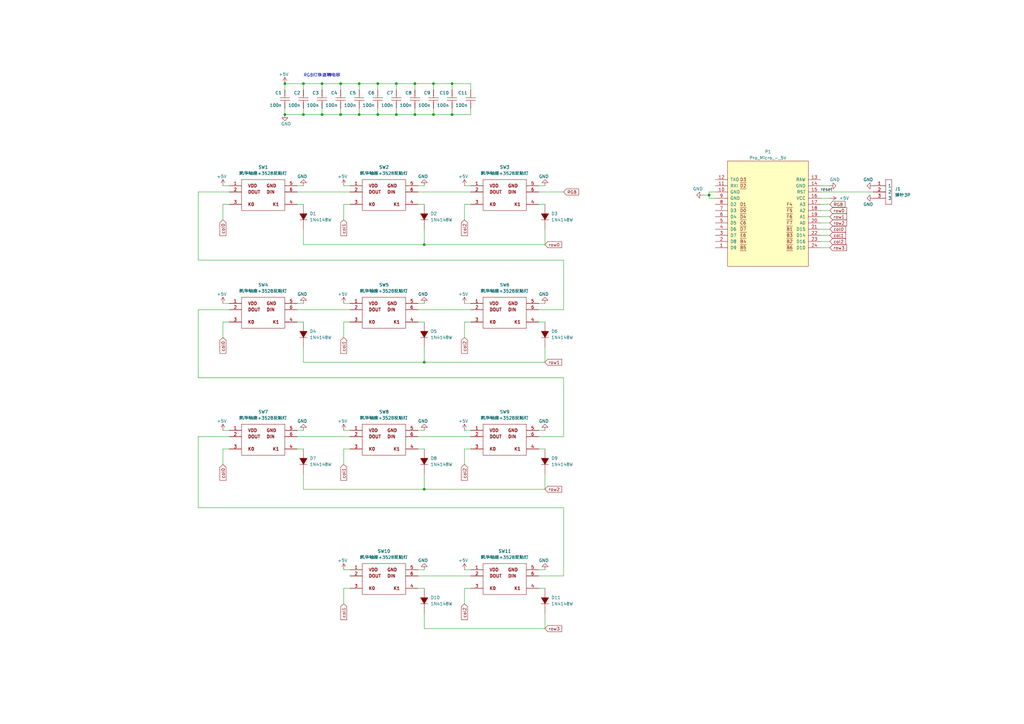
<source format=kicad_sch>
(kicad_sch (version 20211123) (generator eeschema)

  (uuid ed612f6d-67c1-4198-976d-84139f8d99bc)

  (paper "A3")

  (lib_symbols
    (symbol "kicad_lceda:0805B104J500NT" (pin_numbers hide) (pin_names (offset 1.016) hide) (in_bom yes) (on_board yes)
      (property "Reference" "C" (id 0) (at 0 4.572 0)
        (effects (font (size 1.27 1.27)))
      )
      (property "Value" "0805B104J500NT" (id 1) (at 0 9.652 0)
        (effects (font (size 1.27 1.27)))
      )
      (property "Footprint" "kicad_lceda:C0805" (id 2) (at 0 -0.508 0)
        (effects (font (size 1.27 1.27)) hide)
      )
      (property "Datasheet" "http://www.szlcsc.com/product/details_30680.html" (id 3) (at 0 -5.588 0)
        (effects (font (size 1.27 1.27)) hide)
      )
      (symbol "0805B104J500NT_1_1"
        (polyline
          (pts
            (xy -1.27 0)
            (xy -0.508 0)
          )
          (stroke (width 0.1524) (type default) (color 0 0 0 0))
          (fill (type none))
        )
        (polyline
          (pts
            (xy -0.508 2.032)
            (xy -0.508 -2.032)
          )
          (stroke (width 0.1524) (type default) (color 0 0 0 0))
          (fill (type none))
        )
        (polyline
          (pts
            (xy 0.508 0)
            (xy 1.27 0)
          )
          (stroke (width 0.1524) (type default) (color 0 0 0 0))
          (fill (type none))
        )
        (polyline
          (pts
            (xy 0.508 2.032)
            (xy 0.508 -2.032)
          )
          (stroke (width 0.1524) (type default) (color 0 0 0 0))
          (fill (type none))
        )
        (pin input line (at -3.81 0 0) (length 2.54)
          (name "1" (effects (font (size 1.27 1.27))))
          (number "1" (effects (font (size 1.27 1.27))))
        )
        (pin input line (at 3.81 0 180) (length 2.54)
          (name "2" (effects (font (size 1.27 1.27))))
          (number "2" (effects (font (size 1.27 1.27))))
        )
      )
    )
    (symbol "kicad_lceda:1N4148W" (pin_numbers hide) (pin_names (offset 1.016) hide) (in_bom yes) (on_board yes)
      (property "Reference" "D" (id 0) (at 0 4.064 0)
        (effects (font (size 1.27 1.27)))
      )
      (property "Value" "1N4148W" (id 1) (at 0 9.144 0)
        (effects (font (size 1.27 1.27)))
      )
      (property "Footprint" "kicad_lceda:SOD-123_L2.8-W1.8-LS3.7-RD" (id 2) (at 0 -1.016 0)
        (effects (font (size 1.27 1.27)) hide)
      )
      (property "Datasheet" "http://www.szlcsc.com/product/details_191112.html" (id 3) (at 0 -6.096 0)
        (effects (font (size 1.27 1.27)) hide)
      )
      (symbol "1N4148W_1_1"
        (polyline
          (pts
            (xy -1.27 -1.524)
            (xy -1.27 1.524)
          )
          (stroke (width 0.1524) (type default) (color 0 0 0 0))
          (fill (type none))
        )
        (polyline
          (pts
            (xy 1.27 1.524)
            (xy -1.27 0)
            (xy 1.27 -1.524)
            (xy 1.27 1.524)
          )
          (stroke (width 0.1524) (type default) (color 0 0 0 0))
          (fill (type outline))
        )
        (pin input line (at -5.08 0 0) (length 3.81)
          (name "K" (effects (font (size 1.27 1.27))))
          (number "1" (effects (font (size 1.27 1.27))))
        )
        (pin input line (at 5.08 0 180) (length 3.81)
          (name "A" (effects (font (size 1.27 1.27))))
          (number "2" (effects (font (size 1.27 1.27))))
        )
      )
    )
    (symbol "kicad_lceda:Pro_Micro_-_5V" (pin_names (offset 1.016)) (in_bom yes) (on_board yes)
      (property "Reference" "P" (id 0) (at -16.51 25.4 0)
        (effects (font (size 1.27 1.27)))
      )
      (property "Value" "Pro_Micro_-_5V" (id 1) (at -16.51 30.48 0)
        (effects (font (size 1.27 1.27)))
      )
      (property "Footprint" "kicad_lceda:PRO_MICRO_-_5V_FOOTPRINT" (id 2) (at -16.51 20.32 0)
        (effects (font (size 1.27 1.27)) hide)
      )
      (property "Datasheet" "" (id 3) (at -16.51 15.24 0)
        (effects (font (size 1.27 1.27)) hide)
      )
      (symbol "Pro_Micro_-_5V_0_0"
        (polyline
          (pts
            (xy -11.43 -13.97)
            (xy -8.89 -13.97)
          )
          (stroke (width 0.1524) (type default) (color 0 0 0 0))
          (fill (type none))
        )
        (polyline
          (pts
            (xy -11.43 -11.43)
            (xy -8.89 -11.43)
          )
          (stroke (width 0.1524) (type default) (color 0 0 0 0))
          (fill (type none))
        )
        (polyline
          (pts
            (xy -11.43 -8.89)
            (xy -8.89 -8.89)
          )
          (stroke (width 0.1524) (type default) (color 0 0 0 0))
          (fill (type none))
        )
        (polyline
          (pts
            (xy -11.43 -6.35)
            (xy -8.89 -6.35)
          )
          (stroke (width 0.1524) (type default) (color 0 0 0 0))
          (fill (type none))
        )
        (polyline
          (pts
            (xy -11.43 -3.81)
            (xy -8.89 -3.81)
          )
          (stroke (width 0.1524) (type default) (color 0 0 0 0))
          (fill (type none))
        )
        (polyline
          (pts
            (xy -11.43 -1.27)
            (xy -8.89 -1.27)
          )
          (stroke (width 0.1524) (type default) (color 0 0 0 0))
          (fill (type none))
        )
        (polyline
          (pts
            (xy -11.43 1.27)
            (xy -8.89 1.27)
          )
          (stroke (width 0.1524) (type default) (color 0 0 0 0))
          (fill (type none))
        )
        (polyline
          (pts
            (xy -11.43 3.81)
            (xy -8.89 3.81)
          )
          (stroke (width 0.1524) (type default) (color 0 0 0 0))
          (fill (type none))
        )
        (polyline
          (pts
            (xy -11.43 11.43)
            (xy -8.89 11.43)
          )
          (stroke (width 0.1524) (type default) (color 0 0 0 0))
          (fill (type none))
        )
        (polyline
          (pts
            (xy -11.43 13.97)
            (xy -8.89 13.97)
          )
          (stroke (width 0.1524) (type default) (color 0 0 0 0))
          (fill (type none))
        )
        (polyline
          (pts
            (xy 7.62 -13.97)
            (xy 10.16 -13.97)
          )
          (stroke (width 0.1524) (type default) (color 0 0 0 0))
          (fill (type none))
        )
        (polyline
          (pts
            (xy 7.62 -11.43)
            (xy 10.16 -11.43)
          )
          (stroke (width 0.1524) (type default) (color 0 0 0 0))
          (fill (type none))
        )
        (polyline
          (pts
            (xy 7.62 -8.89)
            (xy 10.16 -8.89)
          )
          (stroke (width 0.1524) (type default) (color 0 0 0 0))
          (fill (type none))
        )
        (polyline
          (pts
            (xy 7.62 -6.35)
            (xy 10.16 -6.35)
          )
          (stroke (width 0.1524) (type default) (color 0 0 0 0))
          (fill (type none))
        )
        (polyline
          (pts
            (xy 7.62 -3.81)
            (xy 10.16 -3.81)
          )
          (stroke (width 0.1524) (type default) (color 0 0 0 0))
          (fill (type none))
        )
        (polyline
          (pts
            (xy 7.62 -1.27)
            (xy 10.16 -1.27)
          )
          (stroke (width 0.1524) (type default) (color 0 0 0 0))
          (fill (type none))
        )
        (polyline
          (pts
            (xy 7.62 1.27)
            (xy 10.16 1.27)
          )
          (stroke (width 0.1524) (type default) (color 0 0 0 0))
          (fill (type none))
        )
        (polyline
          (pts
            (xy 7.62 3.81)
            (xy 10.16 3.81)
          )
          (stroke (width 0.1524) (type default) (color 0 0 0 0))
          (fill (type none))
        )
        (text "B1" (at 8.89 -5.08 0)
          (effects (font (size 1.27 1.27)))
        )
        (text "B2" (at 8.89 -10.16 0)
          (effects (font (size 1.27 1.27)))
        )
        (text "B3" (at 8.89 -7.62 0)
          (effects (font (size 1.27 1.27)))
        )
        (text "B4" (at -10.16 -10.16 0)
          (effects (font (size 1.27 1.27)))
        )
        (text "B5" (at -10.16 -12.7 0)
          (effects (font (size 1.27 1.27)))
        )
        (text "B6" (at 8.89 -12.7 0)
          (effects (font (size 1.27 1.27)))
        )
        (text "C6" (at -10.16 -2.54 0)
          (effects (font (size 1.27 1.27)))
        )
        (text "D0" (at -10.16 2.54 0)
          (effects (font (size 1.27 1.27)))
        )
        (text "D1" (at -10.16 5.08 0)
          (effects (font (size 1.27 1.27)))
        )
        (text "D2" (at -10.16 12.7 0)
          (effects (font (size 1.27 1.27)))
        )
        (text "D3" (at -10.16 15.24 0)
          (effects (font (size 1.27 1.27)))
        )
        (text "D4" (at -10.16 0 0)
          (effects (font (size 1.27 1.27)))
        )
        (text "D7" (at -10.16 -5.08 0)
          (effects (font (size 1.27 1.27)))
        )
        (text "E6" (at -10.16 -7.62 0)
          (effects (font (size 1.27 1.27)))
        )
        (text "F4" (at 8.89 5.08 0)
          (effects (font (size 1.27 1.27)))
        )
        (text "F5" (at 8.89 2.54 0)
          (effects (font (size 1.27 1.27)))
        )
        (text "F6" (at 8.89 0 0)
          (effects (font (size 1.27 1.27)))
        )
        (text "F7" (at 8.89 -2.54 0)
          (effects (font (size 1.27 1.27)))
        )
      )
      (symbol "Pro_Micro_-_5V_1_1"
        (rectangle (start -16.51 22.86) (end 16.51 -20.32)
          (stroke (width 0.1524) (type default) (color 0 0 0 0))
          (fill (type background))
        )
        (pin input line (at -21.59 -12.7 0) (length 5.08)
          (name "D9" (effects (font (size 1.27 1.27))))
          (number "1" (effects (font (size 1.27 1.27))))
        )
        (pin input line (at -21.59 10.16 0) (length 5.08)
          (name "GND" (effects (font (size 1.27 1.27))))
          (number "10" (effects (font (size 1.27 1.27))))
        )
        (pin input line (at -21.59 12.7 0) (length 5.08)
          (name "RXI" (effects (font (size 1.27 1.27))))
          (number "11" (effects (font (size 1.27 1.27))))
        )
        (pin input line (at -21.59 15.24 0) (length 5.08)
          (name "TXO" (effects (font (size 1.27 1.27))))
          (number "12" (effects (font (size 1.27 1.27))))
        )
        (pin input line (at 21.59 15.24 180) (length 5.08)
          (name "RAW" (effects (font (size 1.27 1.27))))
          (number "13" (effects (font (size 1.27 1.27))))
        )
        (pin input line (at 21.59 12.7 180) (length 5.08)
          (name "GND" (effects (font (size 1.27 1.27))))
          (number "14" (effects (font (size 1.27 1.27))))
        )
        (pin input line (at 21.59 10.16 180) (length 5.08)
          (name "RST" (effects (font (size 1.27 1.27))))
          (number "15" (effects (font (size 1.27 1.27))))
        )
        (pin input line (at 21.59 7.62 180) (length 5.08)
          (name "VCC" (effects (font (size 1.27 1.27))))
          (number "16" (effects (font (size 1.27 1.27))))
        )
        (pin input line (at 21.59 5.08 180) (length 5.08)
          (name "A3" (effects (font (size 1.27 1.27))))
          (number "17" (effects (font (size 1.27 1.27))))
        )
        (pin input line (at 21.59 2.54 180) (length 5.08)
          (name "A2" (effects (font (size 1.27 1.27))))
          (number "18" (effects (font (size 1.27 1.27))))
        )
        (pin input line (at 21.59 0 180) (length 5.08)
          (name "A1" (effects (font (size 1.27 1.27))))
          (number "19" (effects (font (size 1.27 1.27))))
        )
        (pin input line (at -21.59 -10.16 0) (length 5.08)
          (name "D8" (effects (font (size 1.27 1.27))))
          (number "2" (effects (font (size 1.27 1.27))))
        )
        (pin input line (at 21.59 -2.54 180) (length 5.08)
          (name "A0" (effects (font (size 1.27 1.27))))
          (number "20" (effects (font (size 1.27 1.27))))
        )
        (pin input line (at 21.59 -5.08 180) (length 5.08)
          (name "D15" (effects (font (size 1.27 1.27))))
          (number "21" (effects (font (size 1.27 1.27))))
        )
        (pin input line (at 21.59 -7.62 180) (length 5.08)
          (name "D14" (effects (font (size 1.27 1.27))))
          (number "22" (effects (font (size 1.27 1.27))))
        )
        (pin input line (at 21.59 -10.16 180) (length 5.08)
          (name "D16" (effects (font (size 1.27 1.27))))
          (number "23" (effects (font (size 1.27 1.27))))
        )
        (pin input line (at 21.59 -12.7 180) (length 5.08)
          (name "D10" (effects (font (size 1.27 1.27))))
          (number "24" (effects (font (size 1.27 1.27))))
        )
        (pin input line (at -21.59 -7.62 0) (length 5.08)
          (name "D7" (effects (font (size 1.27 1.27))))
          (number "3" (effects (font (size 1.27 1.27))))
        )
        (pin input line (at -21.59 -5.08 0) (length 5.08)
          (name "D6" (effects (font (size 1.27 1.27))))
          (number "4" (effects (font (size 1.27 1.27))))
        )
        (pin input line (at -21.59 -2.54 0) (length 5.08)
          (name "D5" (effects (font (size 1.27 1.27))))
          (number "5" (effects (font (size 1.27 1.27))))
        )
        (pin input line (at -21.59 0 0) (length 5.08)
          (name "D4" (effects (font (size 1.27 1.27))))
          (number "6" (effects (font (size 1.27 1.27))))
        )
        (pin input line (at -21.59 2.54 0) (length 5.08)
          (name "D3" (effects (font (size 1.27 1.27))))
          (number "7" (effects (font (size 1.27 1.27))))
        )
        (pin input line (at -21.59 5.08 0) (length 5.08)
          (name "D2" (effects (font (size 1.27 1.27))))
          (number "8" (effects (font (size 1.27 1.27))))
        )
        (pin input line (at -21.59 7.62 0) (length 5.08)
          (name "GND" (effects (font (size 1.27 1.27))))
          (number "9" (effects (font (size 1.27 1.27))))
        )
      )
    )
    (symbol "kicad_lceda:凯华轴座+3528反贴灯" (pin_names (offset 1.016) hide) (in_bom yes) (on_board yes)
      (property "Reference" "SW" (id 0) (at 1.27 8.9662 0)
        (effects (font (size 1.27 1.27)))
      )
      (property "Value" "凯华轴座+3528反贴灯" (id 1) (at 1.27 14.0462 0)
        (effects (font (size 1.27 1.27)))
      )
      (property "Footprint" "kicad_lceda:凯华轴座+3528反贴灯" (id 2) (at 1.27 3.8862 0)
        (effects (font (size 1.27 1.27)) hide)
      )
      (property "Datasheet" "" (id 3) (at 1.27 -1.1938 0)
        (effects (font (size 1.27 1.27)) hide)
      )
      (symbol "凯华轴座+3528反贴灯_1_1"
        (rectangle (start -8.89 6.35) (end 8.89 -6.35)
          (stroke (width 0.1524) (type default) (color 0 0 0 0))
          (fill (type none))
        )
        (text "DIN" (at 1.27 1.27 0)
          (effects (font (size 1.27 1.27) bold) (justify left))
        )
        (text "DOUT" (at -6.35 1.27 0)
          (effects (font (size 1.27 1.27) bold) (justify left))
        )
        (text "GND" (at 1.27 3.81 0)
          (effects (font (size 1.27 1.27) bold) (justify left))
        )
        (text "K0" (at -6.35 -3.81 0)
          (effects (font (size 1.27 1.27) bold) (justify left))
        )
        (text "K1" (at 3.81 -3.81 0)
          (effects (font (size 1.27 1.27) bold) (justify left))
        )
        (text "VDD" (at -6.35 3.81 0)
          (effects (font (size 1.27 1.27) bold) (justify left))
        )
        (pin input line (at -13.97 3.81 0) (length 5.08)
          (name "1" (effects (font (size 1.27 1.27))))
          (number "1" (effects (font (size 1.27 1.27))))
        )
        (pin output line (at -13.97 1.27 0) (length 5.08)
          (name "2" (effects (font (size 1.27 1.27))))
          (number "2" (effects (font (size 1.27 1.27))))
        )
        (pin input line (at -13.97 -3.81 0) (length 5.08)
          (name "3" (effects (font (size 1.27 1.27))))
          (number "3" (effects (font (size 1.27 1.27))))
        )
        (pin input line (at 13.97 -3.81 180) (length 5.08)
          (name "4" (effects (font (size 1.27 1.27))))
          (number "4" (effects (font (size 1.27 1.27))))
        )
        (pin input line (at 13.97 3.81 180) (length 5.08)
          (name "5" (effects (font (size 1.27 1.27))))
          (number "5" (effects (font (size 1.27 1.27))))
        )
        (pin input line (at 13.97 1.27 180) (length 5.08)
          (name "6" (effects (font (size 1.27 1.27))))
          (number "6" (effects (font (size 1.27 1.27))))
        )
      )
    )
    (symbol "kicad_lceda:排针3P" (pin_names (offset 1.016)) (in_bom yes) (on_board yes)
      (property "Reference" "J" (id 0) (at -1.27 7.6962 0)
        (effects (font (size 1.27 1.27)))
      )
      (property "Value" "排针3P" (id 1) (at -1.27 12.7762 0)
        (effects (font (size 1.27 1.27)))
      )
      (property "Footprint" "kicad_lceda:排针3P" (id 2) (at -1.27 2.6162 0)
        (effects (font (size 1.27 1.27)) hide)
      )
      (property "Datasheet" "" (id 3) (at -1.27 -2.4638 0)
        (effects (font (size 1.27 1.27)) hide)
      )
      (symbol "排针3P_1_1"
        (rectangle (start -1.27 5.08) (end 1.27 -5.08)
          (stroke (width 0.1524) (type default) (color 0 0 0 0))
          (fill (type none))
        )
        (pin input line (at -6.35 2.54 0) (length 5.08)
          (name "1" (effects (font (size 1.27 1.27))))
          (number "1" (effects (font (size 1.27 1.27))))
        )
        (pin input line (at -6.35 0 0) (length 5.08)
          (name "2" (effects (font (size 1.27 1.27))))
          (number "2" (effects (font (size 1.27 1.27))))
        )
        (pin input line (at -6.35 -2.54 0) (length 5.08)
          (name "3" (effects (font (size 1.27 1.27))))
          (number "3" (effects (font (size 1.27 1.27))))
        )
      )
    )
    (symbol "power:+5V" (power) (pin_names (offset 0)) (in_bom yes) (on_board yes)
      (property "Reference" "#PWR" (id 0) (at 0 -3.81 0)
        (effects (font (size 1.27 1.27)) hide)
      )
      (property "Value" "+5V" (id 1) (at 0 3.556 0)
        (effects (font (size 1.27 1.27)))
      )
      (property "Footprint" "" (id 2) (at 0 0 0)
        (effects (font (size 1.27 1.27)) hide)
      )
      (property "Datasheet" "" (id 3) (at 0 0 0)
        (effects (font (size 1.27 1.27)) hide)
      )
      (property "ki_keywords" "power-flag" (id 4) (at 0 0 0)
        (effects (font (size 1.27 1.27)) hide)
      )
      (property "ki_description" "Power symbol creates a global label with name \"+5V\"" (id 5) (at 0 0 0)
        (effects (font (size 1.27 1.27)) hide)
      )
      (symbol "+5V_0_1"
        (polyline
          (pts
            (xy -0.762 1.27)
            (xy 0 2.54)
          )
          (stroke (width 0) (type default) (color 0 0 0 0))
          (fill (type none))
        )
        (polyline
          (pts
            (xy 0 0)
            (xy 0 2.54)
          )
          (stroke (width 0) (type default) (color 0 0 0 0))
          (fill (type none))
        )
        (polyline
          (pts
            (xy 0 2.54)
            (xy 0.762 1.27)
          )
          (stroke (width 0) (type default) (color 0 0 0 0))
          (fill (type none))
        )
      )
      (symbol "+5V_1_1"
        (pin power_in line (at 0 0 90) (length 0) hide
          (name "+5V" (effects (font (size 1.27 1.27))))
          (number "1" (effects (font (size 1.27 1.27))))
        )
      )
    )
    (symbol "power:GND" (power) (pin_names (offset 0)) (in_bom yes) (on_board yes)
      (property "Reference" "#PWR" (id 0) (at 0 -6.35 0)
        (effects (font (size 1.27 1.27)) hide)
      )
      (property "Value" "GND" (id 1) (at 0 -3.81 0)
        (effects (font (size 1.27 1.27)))
      )
      (property "Footprint" "" (id 2) (at 0 0 0)
        (effects (font (size 1.27 1.27)) hide)
      )
      (property "Datasheet" "" (id 3) (at 0 0 0)
        (effects (font (size 1.27 1.27)) hide)
      )
      (property "ki_keywords" "power-flag" (id 4) (at 0 0 0)
        (effects (font (size 1.27 1.27)) hide)
      )
      (property "ki_description" "Power symbol creates a global label with name \"GND\" , ground" (id 5) (at 0 0 0)
        (effects (font (size 1.27 1.27)) hide)
      )
      (symbol "GND_0_1"
        (polyline
          (pts
            (xy 0 0)
            (xy 0 -1.27)
            (xy 1.27 -1.27)
            (xy 0 -2.54)
            (xy -1.27 -1.27)
            (xy 0 -1.27)
          )
          (stroke (width 0) (type default) (color 0 0 0 0))
          (fill (type none))
        )
      )
      (symbol "GND_1_1"
        (pin power_in line (at 0 0 270) (length 0) hide
          (name "GND" (effects (font (size 1.27 1.27))))
          (number "1" (effects (font (size 1.27 1.27))))
        )
      )
    )
  )

  (junction (at 147.32 46.99) (diameter 0) (color 0 0 0 0)
    (uuid 245939ae-0de4-479d-8737-eaf6923a2362)
  )
  (junction (at 173.99 200.66) (diameter 0) (color 0 0 0 0)
    (uuid 260e2857-264e-40f6-b494-86d2c0a31cac)
  )
  (junction (at 173.99 148.59) (diameter 0) (color 0 0 0 0)
    (uuid 30ef4218-0d7f-4a70-9faa-91236305a5f0)
  )
  (junction (at 170.18 34.29) (diameter 0) (color 0 0 0 0)
    (uuid 326d8cb7-5bf4-483d-9fe7-96c87efb228b)
  )
  (junction (at 124.46 46.99) (diameter 0) (color 0 0 0 0)
    (uuid 3889c5c4-d2e0-4141-afe6-04cb2f1d568a)
  )
  (junction (at 173.99 100.33) (diameter 0) (color 0 0 0 0)
    (uuid 42ceeba2-39f0-440e-a05c-4d2ee9b13d2c)
  )
  (junction (at 185.42 46.99) (diameter 0) (color 0 0 0 0)
    (uuid 509a7eef-adf4-4e80-8bdc-dc483aec3943)
  )
  (junction (at 154.94 34.29) (diameter 0) (color 0 0 0 0)
    (uuid 56140320-81d4-406e-8399-e48341384644)
  )
  (junction (at 154.94 46.99) (diameter 0) (color 0 0 0 0)
    (uuid 8384b7f4-55e8-42ad-9efe-1af681d999fd)
  )
  (junction (at 162.56 46.99) (diameter 0) (color 0 0 0 0)
    (uuid 8b13642f-3558-464d-a89b-fe5a5a484b39)
  )
  (junction (at 162.56 34.29) (diameter 0) (color 0 0 0 0)
    (uuid 8c275aa9-e890-45e1-94bd-df7e9dbf7929)
  )
  (junction (at 132.08 34.29) (diameter 0) (color 0 0 0 0)
    (uuid 92151283-f35f-47a9-bc86-37fb0a541dd1)
  )
  (junction (at 132.08 46.99) (diameter 0) (color 0 0 0 0)
    (uuid 97ec0e79-0fab-4176-b48b-f8352c211a14)
  )
  (junction (at 116.84 34.29) (diameter 0) (color 0 0 0 0)
    (uuid 9b9856c4-4758-429b-aadd-49672d33a8ab)
  )
  (junction (at 170.18 46.99) (diameter 0) (color 0 0 0 0)
    (uuid ad19475a-d3ef-4434-abfb-6fb366fae19a)
  )
  (junction (at 290.83 80.01) (diameter 0) (color 0 0 0 0)
    (uuid b2b608e8-bc6a-4bb1-a90e-f98a7b019755)
  )
  (junction (at 147.32 34.29) (diameter 0) (color 0 0 0 0)
    (uuid b5550569-a77d-4426-b982-3c4728af39c2)
  )
  (junction (at 185.42 34.29) (diameter 0) (color 0 0 0 0)
    (uuid b5923960-093a-4af5-bbef-df6dc0dce16b)
  )
  (junction (at 124.46 34.29) (diameter 0) (color 0 0 0 0)
    (uuid d76aa5c6-4e76-4197-91ae-0103d31e26bd)
  )
  (junction (at 139.7 34.29) (diameter 0) (color 0 0 0 0)
    (uuid d8468190-cf26-4989-953e-c9a59856eecd)
  )
  (junction (at 177.8 34.29) (diameter 0) (color 0 0 0 0)
    (uuid d884e71a-71b7-473c-9d31-189f8aa584e4)
  )
  (junction (at 177.8 46.99) (diameter 0) (color 0 0 0 0)
    (uuid ded16a78-d128-4494-b4bc-e00c6f47eac0)
  )
  (junction (at 139.7 46.99) (diameter 0) (color 0 0 0 0)
    (uuid e46e00fd-524f-42b0-865e-6c5f838941dc)
  )
  (junction (at 116.84 46.99) (diameter 0) (color 0 0 0 0)
    (uuid ec91d8b7-890d-4204-9bc2-21a54c120930)
  )

  (wire (pts (xy 124.46 124.46) (xy 121.92 124.46))
    (stroke (width 0) (type default) (color 0 0 0 0))
    (uuid 047fbb72-cf84-4710-a4c8-84372e31468c)
  )
  (wire (pts (xy 223.52 176.53) (xy 220.98 176.53))
    (stroke (width 0) (type default) (color 0 0 0 0))
    (uuid 059acf37-76a9-40b1-bb25-35aaece591a3)
  )
  (wire (pts (xy 190.5 190.5) (xy 190.5 184.15))
    (stroke (width 0) (type default) (color 0 0 0 0))
    (uuid 05bc9198-4484-4ca8-a84b-a24ddfaa6244)
  )
  (wire (pts (xy 185.42 34.29) (xy 185.42 36.83))
    (stroke (width 0) (type default) (color 0 0 0 0))
    (uuid 061527f3-1b25-4503-a6d0-e00ef9b4a917)
  )
  (wire (pts (xy 162.56 34.29) (xy 162.56 36.83))
    (stroke (width 0) (type default) (color 0 0 0 0))
    (uuid 0842c0da-7a95-4048-9f67-3f72596f26ca)
  )
  (wire (pts (xy 173.99 124.46) (xy 171.45 124.46))
    (stroke (width 0) (type default) (color 0 0 0 0))
    (uuid 0a974990-18b4-49bc-b818-93895c755dd2)
  )
  (wire (pts (xy 193.04 44.45) (xy 193.04 46.99))
    (stroke (width 0) (type default) (color 0 0 0 0))
    (uuid 0b970e8b-3916-4b1f-a2b3-370573b25e6a)
  )
  (wire (pts (xy 171.45 179.07) (xy 193.04 179.07))
    (stroke (width 0) (type default) (color 0 0 0 0))
    (uuid 0da06eb7-62ae-4edc-a19d-38c77a95d643)
  )
  (wire (pts (xy 91.44 124.46) (xy 93.98 124.46))
    (stroke (width 0) (type default) (color 0 0 0 0))
    (uuid 0f5b36a0-391d-4861-ad0b-48ab6af498b7)
  )
  (wire (pts (xy 91.44 90.17) (xy 91.44 83.82))
    (stroke (width 0) (type default) (color 0 0 0 0))
    (uuid 12bdb46d-d63a-42e3-a5d8-0490a51ecdba)
  )
  (wire (pts (xy 173.99 142.24) (xy 173.99 148.59))
    (stroke (width 0) (type default) (color 0 0 0 0))
    (uuid 1311c69d-5b4a-4093-9ee5-6f4a0b997274)
  )
  (wire (pts (xy 190.5 83.82) (xy 193.04 83.82))
    (stroke (width 0) (type default) (color 0 0 0 0))
    (uuid 14468e10-cf87-40ce-a22f-7e377c29b196)
  )
  (wire (pts (xy 124.46 34.29) (xy 124.46 36.83))
    (stroke (width 0) (type default) (color 0 0 0 0))
    (uuid 144c4557-ff4d-42b7-9468-b2bd277db2f0)
  )
  (wire (pts (xy 173.99 148.59) (xy 124.46 148.59))
    (stroke (width 0) (type default) (color 0 0 0 0))
    (uuid 17f3f0ed-b2b7-45fc-b694-33cf35ed990e)
  )
  (wire (pts (xy 171.45 241.3) (xy 173.99 241.3))
    (stroke (width 0) (type default) (color 0 0 0 0))
    (uuid 18529aee-fa68-401f-9d49-0e60d0263079)
  )
  (wire (pts (xy 223.52 124.46) (xy 220.98 124.46))
    (stroke (width 0) (type default) (color 0 0 0 0))
    (uuid 1b8c0fa5-8a9d-47e6-b4aa-c6b7d0e7165a)
  )
  (wire (pts (xy 116.84 46.99) (xy 124.46 46.99))
    (stroke (width 0) (type default) (color 0 0 0 0))
    (uuid 1d8e4d8c-b93e-47ea-8eda-c5cc3ba2da52)
  )
  (wire (pts (xy 220.98 241.3) (xy 223.52 241.3))
    (stroke (width 0) (type default) (color 0 0 0 0))
    (uuid 1ecc4860-a257-4cbb-a274-41c88f779d0f)
  )
  (wire (pts (xy 124.46 76.2) (xy 121.92 76.2))
    (stroke (width 0) (type default) (color 0 0 0 0))
    (uuid 22466257-8bce-4bb8-9969-86ea633ec700)
  )
  (wire (pts (xy 121.92 179.07) (xy 143.51 179.07))
    (stroke (width 0) (type default) (color 0 0 0 0))
    (uuid 2247b4c7-3f73-4ec4-90d8-f0d8c0a46e4c)
  )
  (wire (pts (xy 290.83 80.01) (xy 290.83 81.28))
    (stroke (width 0) (type default) (color 0 0 0 0))
    (uuid 24b0d7cd-c221-4869-a0c4-8429176ff40c)
  )
  (wire (pts (xy 223.52 93.98) (xy 223.52 100.33))
    (stroke (width 0) (type default) (color 0 0 0 0))
    (uuid 25007d3f-3f66-4235-b8a4-d7a280269562)
  )
  (wire (pts (xy 170.18 44.45) (xy 170.18 46.99))
    (stroke (width 0) (type default) (color 0 0 0 0))
    (uuid 257f6d1f-33b3-4c12-882f-20c2af0f49e7)
  )
  (wire (pts (xy 190.5 132.08) (xy 193.04 132.08))
    (stroke (width 0) (type default) (color 0 0 0 0))
    (uuid 2a371f75-cb79-4392-a550-963766e85795)
  )
  (wire (pts (xy 177.8 34.29) (xy 177.8 36.83))
    (stroke (width 0) (type default) (color 0 0 0 0))
    (uuid 2dc10835-02bc-4b3d-b534-5da934b215b1)
  )
  (wire (pts (xy 154.94 34.29) (xy 162.56 34.29))
    (stroke (width 0) (type default) (color 0 0 0 0))
    (uuid 2dc35dfd-afc9-4ffd-9186-1cab1faa5663)
  )
  (wire (pts (xy 121.92 184.15) (xy 124.46 184.15))
    (stroke (width 0) (type default) (color 0 0 0 0))
    (uuid 312fd6ac-da80-4a7f-a4f9-8dafa09dc33f)
  )
  (wire (pts (xy 190.5 90.17) (xy 190.5 83.82))
    (stroke (width 0) (type default) (color 0 0 0 0))
    (uuid 336b154a-a800-4f28-ae04-a8c1c7b45804)
  )
  (wire (pts (xy 190.5 241.3) (xy 193.04 241.3))
    (stroke (width 0) (type default) (color 0 0 0 0))
    (uuid 34470289-4440-4673-9391-29f3b63c9d4e)
  )
  (wire (pts (xy 340.36 93.98) (xy 336.55 93.98))
    (stroke (width 0) (type default) (color 0 0 0 0))
    (uuid 36e9d25b-3de6-4b6c-87cc-2650def73e27)
  )
  (wire (pts (xy 173.99 233.68) (xy 171.45 233.68))
    (stroke (width 0) (type default) (color 0 0 0 0))
    (uuid 3924b59f-04a2-4816-a264-b373ff52ed93)
  )
  (wire (pts (xy 124.46 176.53) (xy 121.92 176.53))
    (stroke (width 0) (type default) (color 0 0 0 0))
    (uuid 3cbdbea5-adff-497f-b73b-c3b4dcb2a8c3)
  )
  (wire (pts (xy 220.98 83.82) (xy 223.52 83.82))
    (stroke (width 0) (type default) (color 0 0 0 0))
    (uuid 3e6782b4-b226-4387-b8cf-f4d736ffb039)
  )
  (wire (pts (xy 81.28 106.68) (xy 231.14 106.68))
    (stroke (width 0) (type default) (color 0 0 0 0))
    (uuid 3ea8b3d8-2b26-42c8-b2ea-829415702141)
  )
  (wire (pts (xy 171.45 132.08) (xy 173.99 132.08))
    (stroke (width 0) (type default) (color 0 0 0 0))
    (uuid 3f2ff262-5268-42ca-b76a-58919bc3de1d)
  )
  (wire (pts (xy 81.28 127) (xy 81.28 154.94))
    (stroke (width 0) (type default) (color 0 0 0 0))
    (uuid 41606a16-9d63-4791-99e8-be3c91f236f1)
  )
  (wire (pts (xy 340.36 83.82) (xy 336.55 83.82))
    (stroke (width 0) (type default) (color 0 0 0 0))
    (uuid 444fe92c-e36e-47cb-ae5b-94c0c8f69525)
  )
  (wire (pts (xy 190.5 138.43) (xy 190.5 132.08))
    (stroke (width 0) (type default) (color 0 0 0 0))
    (uuid 463f3af1-e8ef-4a69-bc88-7252741722ee)
  )
  (wire (pts (xy 231.14 208.28) (xy 231.14 236.22))
    (stroke (width 0) (type default) (color 0 0 0 0))
    (uuid 465cc4cf-f644-47a9-835a-84620837bc74)
  )
  (wire (pts (xy 220.98 78.74) (xy 231.14 78.74))
    (stroke (width 0) (type default) (color 0 0 0 0))
    (uuid 467c9a4c-0740-42da-8c97-ff2855543caf)
  )
  (wire (pts (xy 139.7 44.45) (xy 139.7 46.99))
    (stroke (width 0) (type default) (color 0 0 0 0))
    (uuid 46dceff2-f413-4959-9756-33b218a73402)
  )
  (wire (pts (xy 190.5 233.68) (xy 193.04 233.68))
    (stroke (width 0) (type default) (color 0 0 0 0))
    (uuid 49c767de-a00f-44ca-892a-35681a6ce407)
  )
  (wire (pts (xy 116.84 36.83) (xy 116.84 34.29))
    (stroke (width 0) (type default) (color 0 0 0 0))
    (uuid 49e3039f-c86e-42d3-b506-0c28fbf3193b)
  )
  (wire (pts (xy 93.98 78.74) (xy 81.28 78.74))
    (stroke (width 0) (type default) (color 0 0 0 0))
    (uuid 4add3fe0-58ae-45bd-b177-1c05cc4989ff)
  )
  (wire (pts (xy 81.28 154.94) (xy 231.14 154.94))
    (stroke (width 0) (type default) (color 0 0 0 0))
    (uuid 4cbdccc7-d2f4-4a54-ae5c-08d3114f52ff)
  )
  (wire (pts (xy 173.99 176.53) (xy 171.45 176.53))
    (stroke (width 0) (type default) (color 0 0 0 0))
    (uuid 4d3a7e7e-93da-421c-83b5-209a560b4c07)
  )
  (wire (pts (xy 223.52 100.33) (xy 173.99 100.33))
    (stroke (width 0) (type default) (color 0 0 0 0))
    (uuid 4d9ee71c-a3db-4b3b-900a-6bbfc045df8f)
  )
  (wire (pts (xy 290.83 78.74) (xy 290.83 80.01))
    (stroke (width 0) (type default) (color 0 0 0 0))
    (uuid 4e6779c9-e834-4e8e-9247-73be8d372be2)
  )
  (wire (pts (xy 124.46 142.24) (xy 124.46 148.59))
    (stroke (width 0) (type default) (color 0 0 0 0))
    (uuid 50808b62-cf6d-4959-b6da-07572fb26109)
  )
  (wire (pts (xy 162.56 44.45) (xy 162.56 46.99))
    (stroke (width 0) (type default) (color 0 0 0 0))
    (uuid 50c11a73-3042-4db4-85c6-ec70d798e406)
  )
  (wire (pts (xy 171.45 236.22) (xy 193.04 236.22))
    (stroke (width 0) (type default) (color 0 0 0 0))
    (uuid 50f3ba87-6633-4e44-8bab-13b9bc37437b)
  )
  (wire (pts (xy 154.94 34.29) (xy 154.94 36.83))
    (stroke (width 0) (type default) (color 0 0 0 0))
    (uuid 519d9871-fc8b-4882-91f7-5a7f8b17031d)
  )
  (wire (pts (xy 140.97 90.17) (xy 140.97 83.82))
    (stroke (width 0) (type default) (color 0 0 0 0))
    (uuid 524fda18-8dcd-4a9f-ae24-41ae6df63d50)
  )
  (wire (pts (xy 93.98 127) (xy 81.28 127))
    (stroke (width 0) (type default) (color 0 0 0 0))
    (uuid 52e21547-0f1a-4b4f-b16c-c644dd9a8b93)
  )
  (wire (pts (xy 220.98 184.15) (xy 223.52 184.15))
    (stroke (width 0) (type default) (color 0 0 0 0))
    (uuid 5340e359-ca14-4094-bc40-88d39e61d26f)
  )
  (wire (pts (xy 140.97 138.43) (xy 140.97 132.08))
    (stroke (width 0) (type default) (color 0 0 0 0))
    (uuid 567c8808-cc7c-465b-860f-8386d356fcb7)
  )
  (wire (pts (xy 193.04 46.99) (xy 185.42 46.99))
    (stroke (width 0) (type default) (color 0 0 0 0))
    (uuid 5a1cd40d-2391-4a97-afe9-0e2f6b5e19f8)
  )
  (wire (pts (xy 162.56 46.99) (xy 154.94 46.99))
    (stroke (width 0) (type default) (color 0 0 0 0))
    (uuid 5ca14e88-4b45-4bea-a990-06aa049067e4)
  )
  (wire (pts (xy 173.99 76.2) (xy 171.45 76.2))
    (stroke (width 0) (type default) (color 0 0 0 0))
    (uuid 5dfc2835-2df1-418f-b3eb-ec89be61cf40)
  )
  (wire (pts (xy 336.55 101.6) (xy 340.36 101.6))
    (stroke (width 0) (type default) (color 0 0 0 0))
    (uuid 634068c4-5420-4c1f-be72-59be13cb913d)
  )
  (wire (pts (xy 171.45 184.15) (xy 173.99 184.15))
    (stroke (width 0) (type default) (color 0 0 0 0))
    (uuid 635004f3-53db-4f3d-98a4-0d80c437ea3f)
  )
  (wire (pts (xy 81.28 208.28) (xy 231.14 208.28))
    (stroke (width 0) (type default) (color 0 0 0 0))
    (uuid 64876363-f658-47bf-87cd-9c41cc2fe23a)
  )
  (wire (pts (xy 223.52 200.66) (xy 173.99 200.66))
    (stroke (width 0) (type default) (color 0 0 0 0))
    (uuid 64f47ae4-bf36-4413-ae6b-9a7d3a1e59da)
  )
  (wire (pts (xy 140.97 190.5) (xy 140.97 184.15))
    (stroke (width 0) (type default) (color 0 0 0 0))
    (uuid 683494ab-83e3-4e0e-9f47-9b1d32dcbe51)
  )
  (wire (pts (xy 91.44 83.82) (xy 93.98 83.82))
    (stroke (width 0) (type default) (color 0 0 0 0))
    (uuid 685cf191-4646-4881-be62-f365e2c86d43)
  )
  (wire (pts (xy 170.18 46.99) (xy 177.8 46.99))
    (stroke (width 0) (type default) (color 0 0 0 0))
    (uuid 6887aac0-e897-4529-8f83-7803d56886d5)
  )
  (wire (pts (xy 220.98 179.07) (xy 231.14 179.07))
    (stroke (width 0) (type default) (color 0 0 0 0))
    (uuid 69deb4a7-aede-483d-82d3-f6f33e0bc6c7)
  )
  (wire (pts (xy 124.46 46.99) (xy 132.08 46.99))
    (stroke (width 0) (type default) (color 0 0 0 0))
    (uuid 6cba9225-5ace-44f5-b7dc-f4b754762a17)
  )
  (wire (pts (xy 132.08 44.45) (xy 132.08 46.99))
    (stroke (width 0) (type default) (color 0 0 0 0))
    (uuid 6d557f66-88b2-4647-81e9-24f83d26de4c)
  )
  (wire (pts (xy 231.14 154.94) (xy 231.14 179.07))
    (stroke (width 0) (type default) (color 0 0 0 0))
    (uuid 6deae693-f238-441c-864f-52d559828457)
  )
  (wire (pts (xy 170.18 34.29) (xy 177.8 34.29))
    (stroke (width 0) (type default) (color 0 0 0 0))
    (uuid 6e637974-8ae9-44b7-bba8-5ed9ea4e4b33)
  )
  (wire (pts (xy 124.46 93.98) (xy 124.46 100.33))
    (stroke (width 0) (type default) (color 0 0 0 0))
    (uuid 6f634801-e1c5-4501-9e85-34680b1942c7)
  )
  (wire (pts (xy 185.42 46.99) (xy 177.8 46.99))
    (stroke (width 0) (type default) (color 0 0 0 0))
    (uuid 717728ee-7e15-4c62-afec-f64cf781f654)
  )
  (wire (pts (xy 223.52 233.68) (xy 220.98 233.68))
    (stroke (width 0) (type default) (color 0 0 0 0))
    (uuid 727fd17b-2514-45b6-a580-bec774717ec9)
  )
  (wire (pts (xy 231.14 127) (xy 220.98 127))
    (stroke (width 0) (type default) (color 0 0 0 0))
    (uuid 72b496df-ad7c-4848-b8f1-0bf2c62eafae)
  )
  (wire (pts (xy 190.5 76.2) (xy 193.04 76.2))
    (stroke (width 0) (type default) (color 0 0 0 0))
    (uuid 742678e3-1196-46a5-8d09-438da8ca6e2c)
  )
  (wire (pts (xy 340.36 86.36) (xy 336.55 86.36))
    (stroke (width 0) (type default) (color 0 0 0 0))
    (uuid 77949ee4-82b5-4fd5-adae-d258bdd42805)
  )
  (wire (pts (xy 140.97 184.15) (xy 143.51 184.15))
    (stroke (width 0) (type default) (color 0 0 0 0))
    (uuid 7d130407-d849-4501-a1f3-a92ed0f3ab16)
  )
  (wire (pts (xy 223.52 148.59) (xy 173.99 148.59))
    (stroke (width 0) (type default) (color 0 0 0 0))
    (uuid 80be4997-7cfe-4061-b95f-42478c21188b)
  )
  (wire (pts (xy 121.92 78.74) (xy 143.51 78.74))
    (stroke (width 0) (type default) (color 0 0 0 0))
    (uuid 810ef9b7-5ddd-4789-88a5-49966fc146a9)
  )
  (wire (pts (xy 223.52 194.31) (xy 223.52 200.66))
    (stroke (width 0) (type default) (color 0 0 0 0))
    (uuid 824c7c80-57a9-4131-9b7b-17585966bbd5)
  )
  (wire (pts (xy 132.08 46.99) (xy 139.7 46.99))
    (stroke (width 0) (type default) (color 0 0 0 0))
    (uuid 82d2a62a-9a85-4ad5-8c48-d3dff9e5d7e0)
  )
  (wire (pts (xy 91.44 190.5) (xy 91.44 184.15))
    (stroke (width 0) (type default) (color 0 0 0 0))
    (uuid 846aa9fb-338e-4db0-97fd-7c9c03ac6898)
  )
  (wire (pts (xy 162.56 34.29) (xy 170.18 34.29))
    (stroke (width 0) (type default) (color 0 0 0 0))
    (uuid 851479ad-55f3-4b08-876e-86130af02d87)
  )
  (wire (pts (xy 124.46 194.31) (xy 124.46 200.66))
    (stroke (width 0) (type default) (color 0 0 0 0))
    (uuid 85830388-c34d-4f3f-a78d-9eed77152365)
  )
  (wire (pts (xy 336.55 96.52) (xy 340.36 96.52))
    (stroke (width 0) (type default) (color 0 0 0 0))
    (uuid 86575639-c0f5-4a35-be5a-29b15155e682)
  )
  (wire (pts (xy 173.99 200.66) (xy 124.46 200.66))
    (stroke (width 0) (type default) (color 0 0 0 0))
    (uuid 896e4058-ef12-4821-8162-278198002d1d)
  )
  (wire (pts (xy 170.18 46.99) (xy 162.56 46.99))
    (stroke (width 0) (type default) (color 0 0 0 0))
    (uuid 8f0bf6e7-bef6-4532-a8e4-a612efc1bb9d)
  )
  (wire (pts (xy 139.7 34.29) (xy 139.7 36.83))
    (stroke (width 0) (type default) (color 0 0 0 0))
    (uuid 8f1ee2d4-06c3-43b8-a349-4c49926a4bcd)
  )
  (wire (pts (xy 173.99 100.33) (xy 124.46 100.33))
    (stroke (width 0) (type default) (color 0 0 0 0))
    (uuid 8faa34f1-1468-47a8-9b59-0fa93f4c6194)
  )
  (wire (pts (xy 81.28 78.74) (xy 81.28 106.68))
    (stroke (width 0) (type default) (color 0 0 0 0))
    (uuid 918e7c42-7363-439c-813d-5c89ff4e1460)
  )
  (wire (pts (xy 140.97 124.46) (xy 143.51 124.46))
    (stroke (width 0) (type default) (color 0 0 0 0))
    (uuid 91a3cad8-57b0-4866-b07d-d9a6af03c6e6)
  )
  (wire (pts (xy 91.44 132.08) (xy 93.98 132.08))
    (stroke (width 0) (type default) (color 0 0 0 0))
    (uuid 91ad7daa-82a8-42f6-bef6-9e39e096134f)
  )
  (wire (pts (xy 171.45 127) (xy 193.04 127))
    (stroke (width 0) (type default) (color 0 0 0 0))
    (uuid 942eff78-4c6a-4632-ac84-676d724c24cc)
  )
  (wire (pts (xy 81.28 179.07) (xy 81.28 208.28))
    (stroke (width 0) (type default) (color 0 0 0 0))
    (uuid 961a4e57-cfa7-4b01-8018-6decd3a0348d)
  )
  (wire (pts (xy 173.99 93.98) (xy 173.99 100.33))
    (stroke (width 0) (type default) (color 0 0 0 0))
    (uuid 96906efb-7db7-46aa-a6c0-1f509160f4bb)
  )
  (wire (pts (xy 121.92 127) (xy 143.51 127))
    (stroke (width 0) (type default) (color 0 0 0 0))
    (uuid 9778ec88-16f1-4b65-859c-5036669e2f1f)
  )
  (wire (pts (xy 147.32 34.29) (xy 147.32 36.83))
    (stroke (width 0) (type default) (color 0 0 0 0))
    (uuid 98c89773-3078-4b61-b9e8-68ed97ecff47)
  )
  (wire (pts (xy 116.84 44.45) (xy 116.84 46.99))
    (stroke (width 0) (type default) (color 0 0 0 0))
    (uuid 9d2999c8-9b5b-449a-991b-5e43bc12c398)
  )
  (wire (pts (xy 147.32 44.45) (xy 147.32 46.99))
    (stroke (width 0) (type default) (color 0 0 0 0))
    (uuid a00649cf-07ae-4de1-8503-0abe49d20196)
  )
  (wire (pts (xy 91.44 76.2) (xy 93.98 76.2))
    (stroke (width 0) (type default) (color 0 0 0 0))
    (uuid a12d85d3-4c76-4ac3-9339-df900b119fe3)
  )
  (wire (pts (xy 185.42 34.29) (xy 193.04 34.29))
    (stroke (width 0) (type default) (color 0 0 0 0))
    (uuid a1cb8d1e-44ac-4aff-8333-353db3949858)
  )
  (wire (pts (xy 132.08 34.29) (xy 132.08 36.83))
    (stroke (width 0) (type default) (color 0 0 0 0))
    (uuid a23829cf-6faf-4185-a1dc-bffd98740101)
  )
  (wire (pts (xy 140.97 233.68) (xy 143.51 233.68))
    (stroke (width 0) (type default) (color 0 0 0 0))
    (uuid a286f5fa-8c00-4f3c-b458-f606ed11aec4)
  )
  (wire (pts (xy 177.8 34.29) (xy 185.42 34.29))
    (stroke (width 0) (type default) (color 0 0 0 0))
    (uuid a297b194-5f03-47d0-b543-f6beb831f91f)
  )
  (wire (pts (xy 140.97 76.2) (xy 143.51 76.2))
    (stroke (width 0) (type default) (color 0 0 0 0))
    (uuid a2c48bfb-09d8-47fa-9791-a251316069fc)
  )
  (wire (pts (xy 170.18 34.29) (xy 170.18 36.83))
    (stroke (width 0) (type default) (color 0 0 0 0))
    (uuid a41d7824-d3b5-4be1-bb55-57b305d246d2)
  )
  (wire (pts (xy 171.45 83.82) (xy 173.99 83.82))
    (stroke (width 0) (type default) (color 0 0 0 0))
    (uuid a4632e46-195d-4f1e-8466-c7df0403b3d0)
  )
  (wire (pts (xy 139.7 34.29) (xy 147.32 34.29))
    (stroke (width 0) (type default) (color 0 0 0 0))
    (uuid a7e5a36c-5dde-4ac7-a4e8-3e70b2b7ed66)
  )
  (wire (pts (xy 190.5 247.65) (xy 190.5 241.3))
    (stroke (width 0) (type default) (color 0 0 0 0))
    (uuid a9cd0f75-0af2-4e22-8837-bc4c40760608)
  )
  (wire (pts (xy 340.36 81.28) (xy 336.55 81.28))
    (stroke (width 0) (type default) (color 0 0 0 0))
    (uuid aab6a1f4-e695-4bfc-a3f3-156e312d825a)
  )
  (wire (pts (xy 93.98 179.07) (xy 81.28 179.07))
    (stroke (width 0) (type default) (color 0 0 0 0))
    (uuid ab4ef95a-3247-47af-ad65-7e6989fd2555)
  )
  (wire (pts (xy 121.92 83.82) (xy 124.46 83.82))
    (stroke (width 0) (type default) (color 0 0 0 0))
    (uuid b2b432bc-1df4-4374-a54f-1c21c4bcb0d2)
  )
  (wire (pts (xy 293.37 78.74) (xy 290.83 78.74))
    (stroke (width 0) (type default) (color 0 0 0 0))
    (uuid b5b15f4f-0e6b-497e-87b8-fbaa80179f89)
  )
  (wire (pts (xy 340.36 88.9) (xy 336.55 88.9))
    (stroke (width 0) (type default) (color 0 0 0 0))
    (uuid b906e847-e30d-4275-bdec-461b75f4bc5f)
  )
  (wire (pts (xy 223.52 142.24) (xy 223.52 148.59))
    (stroke (width 0) (type default) (color 0 0 0 0))
    (uuid b9ed139a-764f-4ecb-a4a4-b115f36a0df2)
  )
  (wire (pts (xy 91.44 138.43) (xy 91.44 132.08))
    (stroke (width 0) (type default) (color 0 0 0 0))
    (uuid b9f20179-c891-4737-86fb-f5a880ac6ea5)
  )
  (wire (pts (xy 147.32 46.99) (xy 154.94 46.99))
    (stroke (width 0) (type default) (color 0 0 0 0))
    (uuid bbe156fe-2068-4ffe-b415-2b435d5a7af6)
  )
  (wire (pts (xy 140.97 247.65) (xy 140.97 241.3))
    (stroke (width 0) (type default) (color 0 0 0 0))
    (uuid bdaa52d1-7cb2-407a-b4c1-5d93ac076eb5)
  )
  (wire (pts (xy 190.5 176.53) (xy 193.04 176.53))
    (stroke (width 0) (type default) (color 0 0 0 0))
    (uuid be3e69fd-dd70-47a7-a7b1-367c3ef65e2a)
  )
  (wire (pts (xy 290.83 81.28) (xy 293.37 81.28))
    (stroke (width 0) (type default) (color 0 0 0 0))
    (uuid be3e9971-8b49-42da-81a1-097cb1e96c5d)
  )
  (wire (pts (xy 147.32 34.29) (xy 154.94 34.29))
    (stroke (width 0) (type default) (color 0 0 0 0))
    (uuid be91e56c-39b9-4ac7-b011-4da3d58779cd)
  )
  (wire (pts (xy 116.84 34.29) (xy 124.46 34.29))
    (stroke (width 0) (type default) (color 0 0 0 0))
    (uuid bf8c1d3a-8466-4042-ab6d-f5da40358bc4)
  )
  (wire (pts (xy 171.45 78.74) (xy 193.04 78.74))
    (stroke (width 0) (type default) (color 0 0 0 0))
    (uuid bfbfee8d-b363-4791-a9e7-53946b805b98)
  )
  (wire (pts (xy 190.5 124.46) (xy 193.04 124.46))
    (stroke (width 0) (type default) (color 0 0 0 0))
    (uuid bff2182b-f52f-496c-ac79-87620c99a3dd)
  )
  (wire (pts (xy 140.97 132.08) (xy 143.51 132.08))
    (stroke (width 0) (type default) (color 0 0 0 0))
    (uuid c006042d-076e-405b-b584-b736304abb17)
  )
  (wire (pts (xy 140.97 83.82) (xy 143.51 83.82))
    (stroke (width 0) (type default) (color 0 0 0 0))
    (uuid c548699f-cf9e-4e1e-8984-7fdc3c5b3cde)
  )
  (wire (pts (xy 336.55 99.06) (xy 340.36 99.06))
    (stroke (width 0) (type default) (color 0 0 0 0))
    (uuid c79a1dd5-3c78-486d-ba49-aeebb0b20b8b)
  )
  (wire (pts (xy 223.52 251.46) (xy 223.52 257.81))
    (stroke (width 0) (type default) (color 0 0 0 0))
    (uuid c9c2d8a6-a6bf-4a73-9d06-62bf8a5cb586)
  )
  (wire (pts (xy 185.42 44.45) (xy 185.42 46.99))
    (stroke (width 0) (type default) (color 0 0 0 0))
    (uuid ca09de62-3c78-42b8-a6dd-51d4647dc2cb)
  )
  (wire (pts (xy 177.8 46.99) (xy 177.8 44.45))
    (stroke (width 0) (type default) (color 0 0 0 0))
    (uuid d04d7e6d-6890-4392-9174-65c11592ae94)
  )
  (wire (pts (xy 91.44 176.53) (xy 93.98 176.53))
    (stroke (width 0) (type default) (color 0 0 0 0))
    (uuid d0537136-7da2-4491-abd3-53a85e417bf6)
  )
  (wire (pts (xy 288.29 80.01) (xy 290.83 80.01))
    (stroke (width 0) (type default) (color 0 0 0 0))
    (uuid d0ff7cb6-7f34-42b3-b406-537756db9d41)
  )
  (wire (pts (xy 336.55 78.74) (xy 358.14 78.74))
    (stroke (width 0) (type default) (color 0 0 0 0))
    (uuid d6f6ba6d-6c23-4963-b7cd-f1df2516038c)
  )
  (wire (pts (xy 140.97 176.53) (xy 143.51 176.53))
    (stroke (width 0) (type default) (color 0 0 0 0))
    (uuid dae4bd12-ba86-4a9b-983d-8878b694f71e)
  )
  (wire (pts (xy 173.99 194.31) (xy 173.99 200.66))
    (stroke (width 0) (type default) (color 0 0 0 0))
    (uuid dcaeac13-04f3-4c28-8ea9-119059fc4712)
  )
  (wire (pts (xy 140.97 241.3) (xy 143.51 241.3))
    (stroke (width 0) (type default) (color 0 0 0 0))
    (uuid dd57d2b3-b428-4b17-b11f-f41dc0dc89df)
  )
  (wire (pts (xy 336.55 76.2) (xy 340.36 76.2))
    (stroke (width 0) (type default) (color 0 0 0 0))
    (uuid de0d345e-491a-474b-ba81-662c4ec9ac32)
  )
  (wire (pts (xy 223.52 76.2) (xy 220.98 76.2))
    (stroke (width 0) (type default) (color 0 0 0 0))
    (uuid e09f7596-079b-4352-9840-08c422e7ebb5)
  )
  (wire (pts (xy 193.04 34.29) (xy 193.04 36.83))
    (stroke (width 0) (type default) (color 0 0 0 0))
    (uuid e235f96f-e321-4179-8745-95ce472620a9)
  )
  (wire (pts (xy 220.98 236.22) (xy 231.14 236.22))
    (stroke (width 0) (type default) (color 0 0 0 0))
    (uuid e30d3a9c-b440-48b8-a02c-3b24b32065c9)
  )
  (wire (pts (xy 91.44 184.15) (xy 93.98 184.15))
    (stroke (width 0) (type default) (color 0 0 0 0))
    (uuid e4dd41f6-eae2-47ad-bcd4-b1bf94667fb9)
  )
  (wire (pts (xy 139.7 46.99) (xy 147.32 46.99))
    (stroke (width 0) (type default) (color 0 0 0 0))
    (uuid e9bfdbc3-3cde-40d0-b39d-b9b031e529e2)
  )
  (wire (pts (xy 220.98 132.08) (xy 223.52 132.08))
    (stroke (width 0) (type default) (color 0 0 0 0))
    (uuid eb3e6a06-ccc4-4379-ab2c-11dd8caad413)
  )
  (wire (pts (xy 190.5 184.15) (xy 193.04 184.15))
    (stroke (width 0) (type default) (color 0 0 0 0))
    (uuid eb9b5d48-4ac2-4e9d-9da1-616f34dc2419)
  )
  (wire (pts (xy 124.46 34.29) (xy 132.08 34.29))
    (stroke (width 0) (type default) (color 0 0 0 0))
    (uuid ef4b2584-e89a-423d-b813-48019b1664f0)
  )
  (wire (pts (xy 121.92 132.08) (xy 124.46 132.08))
    (stroke (width 0) (type default) (color 0 0 0 0))
    (uuid efd1330e-80de-4771-815f-205101ac2f70)
  )
  (wire (pts (xy 173.99 251.46) (xy 173.99 257.81))
    (stroke (width 0) (type default) (color 0 0 0 0))
    (uuid f05e2533-f911-4c72-841c-db33649aaa0b)
  )
  (wire (pts (xy 340.36 91.44) (xy 336.55 91.44))
    (stroke (width 0) (type default) (color 0 0 0 0))
    (uuid f3894a1c-3b8c-4d72-9b64-643987d8b954)
  )
  (wire (pts (xy 132.08 34.29) (xy 139.7 34.29))
    (stroke (width 0) (type default) (color 0 0 0 0))
    (uuid f55557a0-14e9-4331-b9db-4f449d4ec701)
  )
  (wire (pts (xy 154.94 46.99) (xy 154.94 44.45))
    (stroke (width 0) (type default) (color 0 0 0 0))
    (uuid f5b87dd3-355d-4014-81e0-32327138f0a9)
  )
  (wire (pts (xy 124.46 44.45) (xy 124.46 46.99))
    (stroke (width 0) (type default) (color 0 0 0 0))
    (uuid f9b27b8c-1129-41d0-af8e-32d057a6700f)
  )
  (wire (pts (xy 231.14 106.68) (xy 231.14 127))
    (stroke (width 0) (type default) (color 0 0 0 0))
    (uuid f9e22064-bdc1-4a8f-a8f9-dbd84a5f84d2)
  )
  (wire (pts (xy 223.52 257.81) (xy 173.99 257.81))
    (stroke (width 0) (type default) (color 0 0 0 0))
    (uuid ff241e45-ad71-468a-af34-530f0c7608e6)
  )

  (text "RGB灯珠退耦电容" (at 124.46 31.75 0)
    (effects (font (size 1.27 1.27)) (justify left bottom))
    (uuid 81f0964a-ad5e-4e47-addd-649a480c0d02)
  )

  (label "reset" (at 336.55 78.74 0)
    (effects (font (size 1.27 1.27)) (justify left bottom))
    (uuid 3cb812ba-4ad3-4778-8cc9-4019323407ef)
  )

  (global_label "col2" (shape input) (at 190.5 138.43 270) (fields_autoplaced)
    (effects (font (size 1.27 1.27)) (justify right))
    (uuid 00ef9bcb-0328-4a7e-acf4-d290370af60a)
    (property "Intersheet References" "${INTERSHEET_REFS}" (id 0) (at 190.4206 144.9555 90)
      (effects (font (size 1.27 1.27)) (justify right) hide)
    )
  )
  (global_label "col0" (shape input) (at 340.36 93.98 0) (fields_autoplaced)
    (effects (font (size 1.27 1.27)) (justify left))
    (uuid 05392251-f225-404b-8247-20bb34c2b6e1)
    (property "Intersheet References" "${INTERSHEET_REFS}" (id 0) (at 346.8855 94.0594 0)
      (effects (font (size 1.27 1.27)) (justify left) hide)
    )
  )
  (global_label "RGB" (shape input) (at 231.14 78.74 0) (fields_autoplaced)
    (effects (font (size 1.27 1.27)) (justify left))
    (uuid 08acf7df-7194-4827-823e-1259d86c2691)
    (property "Intersheet References" "${INTERSHEET_REFS}" (id 0) (at 237.3631 78.6606 0)
      (effects (font (size 1.27 1.27)) (justify left) hide)
    )
  )
  (global_label "row2" (shape input) (at 340.36 91.44 0) (fields_autoplaced)
    (effects (font (size 1.27 1.27)) (justify left))
    (uuid 1f00515e-cd07-493a-9d6f-bffc333cd1eb)
    (property "Intersheet References" "${INTERSHEET_REFS}" (id 0) (at 347.2483 91.5194 0)
      (effects (font (size 1.27 1.27)) (justify left) hide)
    )
  )
  (global_label "row2" (shape input) (at 223.52 200.66 0) (fields_autoplaced)
    (effects (font (size 1.27 1.27)) (justify left))
    (uuid 24cc4c50-93f6-4c8c-bcbb-49995784415e)
    (property "Intersheet References" "${INTERSHEET_REFS}" (id 0) (at 230.4083 200.5806 0)
      (effects (font (size 1.27 1.27)) (justify left) hide)
    )
  )
  (global_label "row1" (shape input) (at 223.52 148.59 0) (fields_autoplaced)
    (effects (font (size 1.27 1.27)) (justify left))
    (uuid 2503828f-cd24-4da7-a842-25abfbd01fee)
    (property "Intersheet References" "${INTERSHEET_REFS}" (id 0) (at 230.4083 148.5106 0)
      (effects (font (size 1.27 1.27)) (justify left) hide)
    )
  )
  (global_label "col0" (shape input) (at 91.44 90.17 270) (fields_autoplaced)
    (effects (font (size 1.27 1.27)) (justify right))
    (uuid 2749bd79-3862-481d-ba58-6fa8d371b7bf)
    (property "Intersheet References" "${INTERSHEET_REFS}" (id 0) (at 91.3606 96.6955 90)
      (effects (font (size 1.27 1.27)) (justify right) hide)
    )
  )
  (global_label "col1" (shape input) (at 140.97 247.65 270) (fields_autoplaced)
    (effects (font (size 1.27 1.27)) (justify right))
    (uuid 32dd0547-a043-41fd-b6ab-5be5310955f4)
    (property "Intersheet References" "${INTERSHEET_REFS}" (id 0) (at 140.8906 254.1755 90)
      (effects (font (size 1.27 1.27)) (justify right) hide)
    )
  )
  (global_label "col1" (shape input) (at 140.97 90.17 270) (fields_autoplaced)
    (effects (font (size 1.27 1.27)) (justify right))
    (uuid 39f56769-bbcf-4ee1-b055-d7837c267e32)
    (property "Intersheet References" "${INTERSHEET_REFS}" (id 0) (at 140.8906 96.6955 90)
      (effects (font (size 1.27 1.27)) (justify right) hide)
    )
  )
  (global_label "col0" (shape input) (at 91.44 138.43 270) (fields_autoplaced)
    (effects (font (size 1.27 1.27)) (justify right))
    (uuid 5d85b393-aef3-4aa8-a426-1f5f372e7867)
    (property "Intersheet References" "${INTERSHEET_REFS}" (id 0) (at 91.3606 144.9555 90)
      (effects (font (size 1.27 1.27)) (justify right) hide)
    )
  )
  (global_label "RGB" (shape input) (at 340.36 83.82 0) (fields_autoplaced)
    (effects (font (size 1.27 1.27)) (justify left))
    (uuid 6b40e756-83a2-47db-aafd-6784ee45d40f)
    (property "Intersheet References" "${INTERSHEET_REFS}" (id 0) (at 346.5831 83.7406 0)
      (effects (font (size 1.27 1.27)) (justify left) hide)
    )
  )
  (global_label "col2" (shape input) (at 190.5 190.5 270) (fields_autoplaced)
    (effects (font (size 1.27 1.27)) (justify right))
    (uuid 6d410831-c93d-4829-a75c-6d7277690db3)
    (property "Intersheet References" "${INTERSHEET_REFS}" (id 0) (at 190.4206 197.0255 90)
      (effects (font (size 1.27 1.27)) (justify right) hide)
    )
  )
  (global_label "col2" (shape input) (at 340.36 99.06 0) (fields_autoplaced)
    (effects (font (size 1.27 1.27)) (justify left))
    (uuid 6f07e76f-5cd5-4a98-8e93-9396d4f886ca)
    (property "Intersheet References" "${INTERSHEET_REFS}" (id 0) (at 346.8855 99.1394 0)
      (effects (font (size 1.27 1.27)) (justify left) hide)
    )
  )
  (global_label "col1" (shape input) (at 140.97 190.5 270) (fields_autoplaced)
    (effects (font (size 1.27 1.27)) (justify right))
    (uuid 86b1d035-9d50-459e-9111-291a88f590a1)
    (property "Intersheet References" "${INTERSHEET_REFS}" (id 0) (at 140.8906 197.0255 90)
      (effects (font (size 1.27 1.27)) (justify right) hide)
    )
  )
  (global_label "row0" (shape input) (at 223.52 100.33 0) (fields_autoplaced)
    (effects (font (size 1.27 1.27)) (justify left))
    (uuid 8c78a53d-c743-49f0-afba-e226a251ab98)
    (property "Intersheet References" "${INTERSHEET_REFS}" (id 0) (at 230.4083 100.2506 0)
      (effects (font (size 1.27 1.27)) (justify left) hide)
    )
  )
  (global_label "col1" (shape input) (at 140.97 138.43 270) (fields_autoplaced)
    (effects (font (size 1.27 1.27)) (justify right))
    (uuid 8e4288b5-8d9c-490e-9cc1-03c5e8213cc2)
    (property "Intersheet References" "${INTERSHEET_REFS}" (id 0) (at 140.8906 144.9555 90)
      (effects (font (size 1.27 1.27)) (justify right) hide)
    )
  )
  (global_label "col0" (shape input) (at 91.44 190.5 270) (fields_autoplaced)
    (effects (font (size 1.27 1.27)) (justify right))
    (uuid 927ffd11-01af-4835-a0f8-5274e026a08a)
    (property "Intersheet References" "${INTERSHEET_REFS}" (id 0) (at 91.3606 197.0255 90)
      (effects (font (size 1.27 1.27)) (justify right) hide)
    )
  )
  (global_label "row1" (shape input) (at 340.36 88.9 0) (fields_autoplaced)
    (effects (font (size 1.27 1.27)) (justify left))
    (uuid 99cc5a44-1411-4ce6-af7b-e9d9c031186b)
    (property "Intersheet References" "${INTERSHEET_REFS}" (id 0) (at 347.2483 88.9794 0)
      (effects (font (size 1.27 1.27)) (justify left) hide)
    )
  )
  (global_label "row3" (shape input) (at 223.52 257.81 0) (fields_autoplaced)
    (effects (font (size 1.27 1.27)) (justify left))
    (uuid a9011372-4f30-4d1f-a111-57138b1e09a4)
    (property "Intersheet References" "${INTERSHEET_REFS}" (id 0) (at 230.4083 257.7306 0)
      (effects (font (size 1.27 1.27)) (justify left) hide)
    )
  )
  (global_label "row3" (shape input) (at 340.36 101.6 0) (fields_autoplaced)
    (effects (font (size 1.27 1.27)) (justify left))
    (uuid d309211c-4e63-4290-b269-f73bda2f01ed)
    (property "Intersheet References" "${INTERSHEET_REFS}" (id 0) (at 347.2483 101.6794 0)
      (effects (font (size 1.27 1.27)) (justify left) hide)
    )
  )
  (global_label "col1" (shape input) (at 340.36 96.52 0) (fields_autoplaced)
    (effects (font (size 1.27 1.27)) (justify left))
    (uuid e2b42d5a-0830-46f1-be05-d0b94bc07135)
    (property "Intersheet References" "${INTERSHEET_REFS}" (id 0) (at 346.8855 96.5994 0)
      (effects (font (size 1.27 1.27)) (justify left) hide)
    )
  )
  (global_label "row0" (shape input) (at 340.36 86.36 0) (fields_autoplaced)
    (effects (font (size 1.27 1.27)) (justify left))
    (uuid ec4a6714-cf8b-4290-a73a-c6672db2561c)
    (property "Intersheet References" "${INTERSHEET_REFS}" (id 0) (at 347.2483 86.4394 0)
      (effects (font (size 1.27 1.27)) (justify left) hide)
    )
  )
  (global_label "col2" (shape input) (at 190.5 247.65 270) (fields_autoplaced)
    (effects (font (size 1.27 1.27)) (justify right))
    (uuid ec540b39-f5cc-46be-8c84-bbeb86558775)
    (property "Intersheet References" "${INTERSHEET_REFS}" (id 0) (at 190.4206 254.1755 90)
      (effects (font (size 1.27 1.27)) (justify right) hide)
    )
  )
  (global_label "col2" (shape input) (at 190.5 90.17 270) (fields_autoplaced)
    (effects (font (size 1.27 1.27)) (justify right))
    (uuid ed07d48a-6137-4521-9288-3bc7056ff546)
    (property "Intersheet References" "${INTERSHEET_REFS}" (id 0) (at 190.4206 96.6955 90)
      (effects (font (size 1.27 1.27)) (justify right) hide)
    )
  )

  (symbol (lib_id "kicad_lceda:1N4148W") (at 124.46 189.23 90) (unit 1)
    (in_bom yes) (on_board yes) (fields_autoplaced)
    (uuid 07d7745e-e18b-4eb6-92e0-2a9adc21a909)
    (property "Reference" "D7" (id 0) (at 127 187.9599 90)
      (effects (font (size 1.27 1.27)) (justify right))
    )
    (property "Value" "1N4148W" (id 1) (at 127 190.4999 90)
      (effects (font (size 1.27 1.27)) (justify right))
    )
    (property "Footprint" "kicad_lceda:SOD-123_L2.8-W1.8-LS3.7-RD" (id 2) (at 125.476 189.23 0)
      (effects (font (size 1.27 1.27)) hide)
    )
    (property "Datasheet" "http://www.szlcsc.com/product/details_191112.html" (id 3) (at 130.556 189.23 0)
      (effects (font (size 1.27 1.27)) hide)
    )
    (pin "1" (uuid dd4b7ff6-8e1f-4972-872e-c0fdf79dbf59))
    (pin "2" (uuid 5e15e811-18a6-4e9a-bae3-583b1634311b))
  )

  (symbol (lib_id "power:GND") (at 223.52 124.46 180) (unit 1)
    (in_bom yes) (on_board yes)
    (uuid 0c44fd0f-b403-4ddd-8df1-e139ace3037c)
    (property "Reference" "#PWR019" (id 0) (at 223.52 118.11 0)
      (effects (font (size 1.27 1.27)) hide)
    )
    (property "Value" "GND" (id 1) (at 220.98 120.65 0)
      (effects (font (size 1.27 1.27)) (justify right))
    )
    (property "Footprint" "" (id 2) (at 223.52 124.46 0)
      (effects (font (size 1.27 1.27)) hide)
    )
    (property "Datasheet" "" (id 3) (at 223.52 124.46 0)
      (effects (font (size 1.27 1.27)) hide)
    )
    (pin "1" (uuid e83619a0-2b30-44ff-9526-ff208ed69663))
  )

  (symbol (lib_id "kicad_lceda:1N4148W") (at 223.52 88.9 90) (unit 1)
    (in_bom yes) (on_board yes) (fields_autoplaced)
    (uuid 120e4ef9-2016-4a81-9a47-d29a85a92862)
    (property "Reference" "D3" (id 0) (at 226.06 87.6299 90)
      (effects (font (size 1.27 1.27)) (justify right))
    )
    (property "Value" "1N4148W" (id 1) (at 226.06 90.1699 90)
      (effects (font (size 1.27 1.27)) (justify right))
    )
    (property "Footprint" "kicad_lceda:SOD-123_L2.8-W1.8-LS3.7-RD" (id 2) (at 224.536 88.9 0)
      (effects (font (size 1.27 1.27)) hide)
    )
    (property "Datasheet" "http://www.szlcsc.com/product/details_191112.html" (id 3) (at 229.616 88.9 0)
      (effects (font (size 1.27 1.27)) hide)
    )
    (pin "1" (uuid c63a24ba-8fbc-4109-8d0b-66fca87a9099))
    (pin "2" (uuid 83ad7a9e-e363-4fca-8473-6b65baf77894))
  )

  (symbol (lib_id "kicad_lceda:0805B104J500NT") (at 170.18 40.64 90) (unit 1)
    (in_bom yes) (on_board yes)
    (uuid 1479620a-b870-4046-9c2b-eff78dd0c22e)
    (property "Reference" "C8" (id 0) (at 168.91 38.1 90)
      (effects (font (size 1.27 1.27)) (justify left))
    )
    (property "Value" "100n" (id 1) (at 168.91 43.18 90)
      (effects (font (size 1.27 1.27)) (justify left))
    )
    (property "Footprint" "kicad_lceda:C0805" (id 2) (at 170.688 40.64 0)
      (effects (font (size 1.27 1.27)) hide)
    )
    (property "Datasheet" "http://www.szlcsc.com/product/details_30680.html" (id 3) (at 175.768 40.64 0)
      (effects (font (size 1.27 1.27)) hide)
    )
    (pin "1" (uuid 1bd1298e-f3ca-435e-bcf3-36d7aec10e5a))
    (pin "2" (uuid 69b3e9c5-fdad-4252-b424-2aa04fdea0ad))
  )

  (symbol (lib_id "power:GND") (at 173.99 176.53 180) (unit 1)
    (in_bom yes) (on_board yes)
    (uuid 1d7a0db0-1e34-4afd-90b9-1fa200dff340)
    (property "Reference" "#PWR023" (id 0) (at 173.99 170.18 0)
      (effects (font (size 1.27 1.27)) hide)
    )
    (property "Value" "GND" (id 1) (at 171.45 172.72 0)
      (effects (font (size 1.27 1.27)) (justify right))
    )
    (property "Footprint" "" (id 2) (at 173.99 176.53 0)
      (effects (font (size 1.27 1.27)) hide)
    )
    (property "Datasheet" "" (id 3) (at 173.99 176.53 0)
      (effects (font (size 1.27 1.27)) hide)
    )
    (pin "1" (uuid 6847c589-e257-46b3-a884-90bcbf2a3279))
  )

  (symbol (lib_id "kicad_lceda:Pro_Micro_-_5V") (at 314.96 88.9 0) (unit 1)
    (in_bom yes) (on_board yes) (fields_autoplaced)
    (uuid 2873e490-c9bf-4c89-897a-2c4ba6a0f218)
    (property "Reference" "P1" (id 0) (at 314.9473 62.23 0))
    (property "Value" "Pro_Micro_-_5V" (id 1) (at 314.9473 64.77 0))
    (property "Footprint" "kicad_lceda:Arduino_PRO_MICRO" (id 2) (at 298.45 69.85 0)
      (effects (font (size 1.27 1.27)) hide)
    )
    (property "Datasheet" "" (id 3) (at 298.45 74.93 0)
      (effects (font (size 1.27 1.27)) hide)
    )
    (pin "1" (uuid 1a989543-efd7-4d4b-a1ec-cbcc61edf372))
    (pin "10" (uuid fbe4f56d-4439-4393-9c07-5ee376b3b90e))
    (pin "11" (uuid 36c747c7-03f2-4304-9560-cd439fc5ec3a))
    (pin "12" (uuid 360e8a35-d319-4688-98f9-3f60cc165def))
    (pin "13" (uuid 6ba09acc-98f1-48e4-bbc2-2b3e8d01ace7))
    (pin "14" (uuid 114364c7-1f8b-4235-8067-60478051261a))
    (pin "15" (uuid 2f579084-179d-43a4-88b5-9243e1fb8a76))
    (pin "16" (uuid 1433699e-6408-48ff-8e3a-786ab98bf4a0))
    (pin "17" (uuid 63398651-4f6e-4e62-9035-ee4c0ea976b7))
    (pin "18" (uuid aed29b76-2f22-4444-939b-86d2222e841c))
    (pin "19" (uuid 40bd0573-3c41-4804-a39b-2ef5d2f9e69e))
    (pin "2" (uuid e544cd72-919a-4803-aa73-b6113158fc3c))
    (pin "20" (uuid 99b7ee30-d4cc-4090-b732-a28e629306b9))
    (pin "21" (uuid 323274f2-2105-4d6c-846b-729d72181070))
    (pin "22" (uuid 765f4fd0-f068-4d04-a953-8890777f159f))
    (pin "23" (uuid a01eb089-caf7-4be5-8795-4e02a73c1c22))
    (pin "24" (uuid 4cceec49-7c2d-4a4e-98f2-aba77bccf634))
    (pin "3" (uuid bcc82edf-d3ff-47ec-b91e-82b6e866fdd7))
    (pin "4" (uuid fc27eabb-efe6-4ad4-b173-fcc0d9c3ff74))
    (pin "5" (uuid 60250710-b6ec-448a-9a76-47c76eda6bc6))
    (pin "6" (uuid f7024204-2535-4bf3-9771-78594da79847))
    (pin "7" (uuid d725fbaa-ed0d-48a3-9a0f-2495c5adae48))
    (pin "8" (uuid 8d532acb-e4fe-4320-afda-821433d43151))
    (pin "9" (uuid d4696d13-3be9-4660-8bd6-d67f74943fb9))
  )

  (symbol (lib_id "power:+5V") (at 140.97 76.2 0) (unit 1)
    (in_bom yes) (on_board yes)
    (uuid 29cceed2-9848-4e63-82f4-4cf8af6c206f)
    (property "Reference" "#PWR010" (id 0) (at 140.97 80.01 0)
      (effects (font (size 1.27 1.27)) hide)
    )
    (property "Value" "+5V" (id 1) (at 138.43 72.39 0)
      (effects (font (size 1.27 1.27)) (justify left))
    )
    (property "Footprint" "" (id 2) (at 140.97 76.2 0)
      (effects (font (size 1.27 1.27)) hide)
    )
    (property "Datasheet" "" (id 3) (at 140.97 76.2 0)
      (effects (font (size 1.27 1.27)) hide)
    )
    (pin "1" (uuid 478227af-dce6-4c81-90ef-620753ad5008))
  )

  (symbol (lib_id "power:GND") (at 124.46 76.2 180) (unit 1)
    (in_bom yes) (on_board yes)
    (uuid 31e15ead-5e1b-41e0-83cf-1d92f5ad7d93)
    (property "Reference" "#PWR09" (id 0) (at 124.46 69.85 0)
      (effects (font (size 1.27 1.27)) hide)
    )
    (property "Value" "GND" (id 1) (at 121.92 72.39 0)
      (effects (font (size 1.27 1.27)) (justify right))
    )
    (property "Footprint" "" (id 2) (at 124.46 76.2 0)
      (effects (font (size 1.27 1.27)) hide)
    )
    (property "Datasheet" "" (id 3) (at 124.46 76.2 0)
      (effects (font (size 1.27 1.27)) hide)
    )
    (pin "1" (uuid 96add9b6-b85d-46b4-8be0-a1f21bfe31b8))
  )

  (symbol (lib_id "kicad_lceda:凯华轴座+3528反贴灯") (at 207.01 80.01 0) (unit 1)
    (in_bom yes) (on_board yes) (fields_autoplaced)
    (uuid 3887017f-0bb1-4d6f-aee8-bc17d81061d4)
    (property "Reference" "SW3" (id 0) (at 207.01 68.58 0))
    (property "Value" "凯华轴座+3528反贴灯" (id 1) (at 207.01 71.12 0))
    (property "Footprint" "kicad_lceda:凯华轴座+3528反贴灯" (id 2) (at 208.28 76.1238 0)
      (effects (font (size 1.27 1.27)) hide)
    )
    (property "Datasheet" "" (id 3) (at 208.28 81.2038 0)
      (effects (font (size 1.27 1.27)) hide)
    )
    (pin "1" (uuid 0a3eb530-d13c-45d1-a78f-2c9299358e20))
    (pin "2" (uuid d2c61eed-f750-4b11-98d2-3867bb924035))
    (pin "3" (uuid d12fd9b5-bfe8-4087-8483-8f43a9cdb658))
    (pin "4" (uuid de130a39-b8a8-4eb3-a38c-bc9af39ab872))
    (pin "5" (uuid 85f8b661-d753-498d-8ac6-7b589eaaeb3b))
    (pin "6" (uuid 21f45855-d9e2-4392-9eb7-7f4368408ff0))
  )

  (symbol (lib_id "kicad_lceda:0805B104J500NT") (at 124.46 40.64 90) (unit 1)
    (in_bom yes) (on_board yes)
    (uuid 3afb7b0b-6b8f-4ac1-9da2-568999344777)
    (property "Reference" "C2" (id 0) (at 123.19 38.1 90)
      (effects (font (size 1.27 1.27)) (justify left))
    )
    (property "Value" "100n" (id 1) (at 123.19 43.18 90)
      (effects (font (size 1.27 1.27)) (justify left))
    )
    (property "Footprint" "kicad_lceda:C0805" (id 2) (at 124.968 40.64 0)
      (effects (font (size 1.27 1.27)) hide)
    )
    (property "Datasheet" "http://www.szlcsc.com/product/details_30680.html" (id 3) (at 130.048 40.64 0)
      (effects (font (size 1.27 1.27)) hide)
    )
    (pin "1" (uuid 83f665af-7d4b-460b-970f-ecaaccabf97e))
    (pin "2" (uuid 0152ab0e-543d-4b5c-a39a-a7bb6aa683dc))
  )

  (symbol (lib_id "kicad_lceda:1N4148W") (at 124.46 88.9 90) (unit 1)
    (in_bom yes) (on_board yes) (fields_autoplaced)
    (uuid 3b2b698c-fcd2-4957-a40b-c0ef34db5d11)
    (property "Reference" "D1" (id 0) (at 127 87.6299 90)
      (effects (font (size 1.27 1.27)) (justify right))
    )
    (property "Value" "1N4148W" (id 1) (at 127 90.1699 90)
      (effects (font (size 1.27 1.27)) (justify right))
    )
    (property "Footprint" "kicad_lceda:SOD-123_L2.8-W1.8-LS3.7-RD" (id 2) (at 125.476 88.9 0)
      (effects (font (size 1.27 1.27)) hide)
    )
    (property "Datasheet" "http://www.szlcsc.com/product/details_191112.html" (id 3) (at 130.556 88.9 0)
      (effects (font (size 1.27 1.27)) hide)
    )
    (pin "1" (uuid d565a7ac-157b-4a7e-adf7-ebf09ccff32e))
    (pin "2" (uuid 39cf0bba-57ae-468e-85e8-e9b3f21560cf))
  )

  (symbol (lib_id "kicad_lceda:0805B104J500NT") (at 139.7 40.64 90) (unit 1)
    (in_bom yes) (on_board yes)
    (uuid 3d37366b-3ddf-453b-9b58-877066c586d7)
    (property "Reference" "C4" (id 0) (at 138.43 38.1 90)
      (effects (font (size 1.27 1.27)) (justify left))
    )
    (property "Value" "100n" (id 1) (at 138.43 43.18 90)
      (effects (font (size 1.27 1.27)) (justify left))
    )
    (property "Footprint" "kicad_lceda:C0805" (id 2) (at 140.208 40.64 0)
      (effects (font (size 1.27 1.27)) hide)
    )
    (property "Datasheet" "http://www.szlcsc.com/product/details_30680.html" (id 3) (at 145.288 40.64 0)
      (effects (font (size 1.27 1.27)) hide)
    )
    (pin "1" (uuid d6e2cbda-5206-4de2-8ff8-bade3461e0be))
    (pin "2" (uuid 12985517-3f33-4830-9479-510ffe5cb347))
  )

  (symbol (lib_id "power:+5V") (at 91.44 176.53 0) (unit 1)
    (in_bom yes) (on_board yes)
    (uuid 3e0ddb44-d2e0-4bda-98d0-0e13a42c4989)
    (property "Reference" "#PWR020" (id 0) (at 91.44 180.34 0)
      (effects (font (size 1.27 1.27)) hide)
    )
    (property "Value" "+5V" (id 1) (at 88.9 172.72 0)
      (effects (font (size 1.27 1.27)) (justify left))
    )
    (property "Footprint" "" (id 2) (at 91.44 176.53 0)
      (effects (font (size 1.27 1.27)) hide)
    )
    (property "Datasheet" "" (id 3) (at 91.44 176.53 0)
      (effects (font (size 1.27 1.27)) hide)
    )
    (pin "1" (uuid 928981d5-a391-4196-8a01-142037e675d6))
  )

  (symbol (lib_id "power:GND") (at 223.52 76.2 180) (unit 1)
    (in_bom yes) (on_board yes)
    (uuid 3e254a7d-bbf6-4629-9673-0019992990e9)
    (property "Reference" "#PWR013" (id 0) (at 223.52 69.85 0)
      (effects (font (size 1.27 1.27)) hide)
    )
    (property "Value" "GND" (id 1) (at 220.98 72.39 0)
      (effects (font (size 1.27 1.27)) (justify right))
    )
    (property "Footprint" "" (id 2) (at 223.52 76.2 0)
      (effects (font (size 1.27 1.27)) hide)
    )
    (property "Datasheet" "" (id 3) (at 223.52 76.2 0)
      (effects (font (size 1.27 1.27)) hide)
    )
    (pin "1" (uuid c3661d95-3064-42a5-95ed-dbb6328d59a5))
  )

  (symbol (lib_id "power:GND") (at 124.46 124.46 180) (unit 1)
    (in_bom yes) (on_board yes)
    (uuid 44dba828-b295-46b6-bed1-692d45c82bb4)
    (property "Reference" "#PWR015" (id 0) (at 124.46 118.11 0)
      (effects (font (size 1.27 1.27)) hide)
    )
    (property "Value" "GND" (id 1) (at 121.92 120.65 0)
      (effects (font (size 1.27 1.27)) (justify right))
    )
    (property "Footprint" "" (id 2) (at 124.46 124.46 0)
      (effects (font (size 1.27 1.27)) hide)
    )
    (property "Datasheet" "" (id 3) (at 124.46 124.46 0)
      (effects (font (size 1.27 1.27)) hide)
    )
    (pin "1" (uuid ecbb0373-ec9e-4515-96f9-1e8ee5edb980))
  )

  (symbol (lib_id "power:GND") (at 173.99 124.46 180) (unit 1)
    (in_bom yes) (on_board yes)
    (uuid 47633048-d378-4876-9cf8-8abe9ba51c12)
    (property "Reference" "#PWR017" (id 0) (at 173.99 118.11 0)
      (effects (font (size 1.27 1.27)) hide)
    )
    (property "Value" "GND" (id 1) (at 171.45 120.65 0)
      (effects (font (size 1.27 1.27)) (justify right))
    )
    (property "Footprint" "" (id 2) (at 173.99 124.46 0)
      (effects (font (size 1.27 1.27)) hide)
    )
    (property "Datasheet" "" (id 3) (at 173.99 124.46 0)
      (effects (font (size 1.27 1.27)) hide)
    )
    (pin "1" (uuid 38c0edb9-21ad-4c32-8769-1c5eaf55e437))
  )

  (symbol (lib_id "kicad_lceda:凯华轴座+3528反贴灯") (at 107.95 80.01 0) (unit 1)
    (in_bom yes) (on_board yes) (fields_autoplaced)
    (uuid 4a87336a-b1ff-4f0a-bbe5-7169b5e0a281)
    (property "Reference" "SW1" (id 0) (at 107.95 68.58 0))
    (property "Value" "凯华轴座+3528反贴灯" (id 1) (at 107.95 71.12 0))
    (property "Footprint" "kicad_lceda:凯华轴座+3528反贴灯" (id 2) (at 109.22 76.1238 0)
      (effects (font (size 1.27 1.27)) hide)
    )
    (property "Datasheet" "" (id 3) (at 109.22 81.2038 0)
      (effects (font (size 1.27 1.27)) hide)
    )
    (pin "1" (uuid 92734254-f339-460e-ac06-6d91a8a68f2b))
    (pin "2" (uuid f7218398-c39a-482e-be32-649721de765d))
    (pin "3" (uuid c521e490-ec06-4b22-b0ab-296872fe7c84))
    (pin "4" (uuid a77a3c2b-45d6-45d6-aee0-a41acc4389c0))
    (pin "5" (uuid b1af3e58-d378-4e92-a7fd-80333a2d2ac9))
    (pin "6" (uuid b7cf9856-abca-47dd-9efb-432f965c9d59))
  )

  (symbol (lib_id "power:+5V") (at 140.97 176.53 0) (unit 1)
    (in_bom yes) (on_board yes)
    (uuid 51cc8a85-dbae-4feb-b52c-d2e050286366)
    (property "Reference" "#PWR022" (id 0) (at 140.97 180.34 0)
      (effects (font (size 1.27 1.27)) hide)
    )
    (property "Value" "+5V" (id 1) (at 138.43 172.72 0)
      (effects (font (size 1.27 1.27)) (justify left))
    )
    (property "Footprint" "" (id 2) (at 140.97 176.53 0)
      (effects (font (size 1.27 1.27)) hide)
    )
    (property "Datasheet" "" (id 3) (at 140.97 176.53 0)
      (effects (font (size 1.27 1.27)) hide)
    )
    (pin "1" (uuid df0e1076-0567-4ce4-9b9e-746fd4fd123d))
  )

  (symbol (lib_id "power:+5V") (at 340.36 81.28 270) (unit 1)
    (in_bom yes) (on_board yes) (fields_autoplaced)
    (uuid 59ba7051-3b07-4922-89a2-c727ad19c365)
    (property "Reference" "#PWR05" (id 0) (at 336.55 81.28 0)
      (effects (font (size 1.27 1.27)) hide)
    )
    (property "Value" "+5V" (id 1) (at 344.17 81.2799 90)
      (effects (font (size 1.27 1.27)) (justify left))
    )
    (property "Footprint" "" (id 2) (at 340.36 81.28 0)
      (effects (font (size 1.27 1.27)) hide)
    )
    (property "Datasheet" "" (id 3) (at 340.36 81.28 0)
      (effects (font (size 1.27 1.27)) hide)
    )
    (pin "1" (uuid dc5ddb00-d6c5-44eb-9645-33924a92aace))
  )

  (symbol (lib_id "power:+5V") (at 190.5 176.53 0) (unit 1)
    (in_bom yes) (on_board yes)
    (uuid 5e37f850-6e0e-42a0-9e94-06d9d0dc6ce1)
    (property "Reference" "#PWR024" (id 0) (at 190.5 180.34 0)
      (effects (font (size 1.27 1.27)) hide)
    )
    (property "Value" "+5V" (id 1) (at 187.96 172.72 0)
      (effects (font (size 1.27 1.27)) (justify left))
    )
    (property "Footprint" "" (id 2) (at 190.5 176.53 0)
      (effects (font (size 1.27 1.27)) hide)
    )
    (property "Datasheet" "" (id 3) (at 190.5 176.53 0)
      (effects (font (size 1.27 1.27)) hide)
    )
    (pin "1" (uuid a59bd763-2144-4f0b-809d-d637e0dfcdc4))
  )

  (symbol (lib_id "kicad_lceda:凯华轴座+3528反贴灯") (at 207.01 128.27 0) (unit 1)
    (in_bom yes) (on_board yes) (fields_autoplaced)
    (uuid 61454c12-ead9-44c9-836b-101b6f706774)
    (property "Reference" "SW6" (id 0) (at 207.01 116.84 0))
    (property "Value" "凯华轴座+3528反贴灯" (id 1) (at 207.01 119.38 0))
    (property "Footprint" "kicad_lceda:凯华轴座+3528反贴灯" (id 2) (at 208.28 124.3838 0)
      (effects (font (size 1.27 1.27)) hide)
    )
    (property "Datasheet" "" (id 3) (at 208.28 129.4638 0)
      (effects (font (size 1.27 1.27)) hide)
    )
    (pin "1" (uuid c4cd012f-20dd-475f-8c7e-02e18447c066))
    (pin "2" (uuid 2b0a6b02-0b33-4434-be16-0c9fa2c0a34c))
    (pin "3" (uuid fadbb6f0-41f4-466b-bc0a-240d28767126))
    (pin "4" (uuid 937565f1-3ffa-43b6-9351-67cafa069870))
    (pin "5" (uuid dd3cf922-f18c-4b8e-96b5-dff05b02fa31))
    (pin "6" (uuid 3d7b804b-e1f3-413e-be6f-6b644528646b))
  )

  (symbol (lib_id "power:+5V") (at 116.84 34.29 0) (unit 1)
    (in_bom yes) (on_board yes)
    (uuid 6195be32-987b-45ab-a5e8-74ebd04af3a2)
    (property "Reference" "#PWR01" (id 0) (at 116.84 38.1 0)
      (effects (font (size 1.27 1.27)) hide)
    )
    (property "Value" "+5V" (id 1) (at 114.3 30.48 0)
      (effects (font (size 1.27 1.27)) (justify left))
    )
    (property "Footprint" "" (id 2) (at 116.84 34.29 0)
      (effects (font (size 1.27 1.27)) hide)
    )
    (property "Datasheet" "" (id 3) (at 116.84 34.29 0)
      (effects (font (size 1.27 1.27)) hide)
    )
    (pin "1" (uuid 2c51d3f9-6d8c-455b-b4a8-92ca557eca22))
  )

  (symbol (lib_id "power:GND") (at 358.14 76.2 270) (unit 1)
    (in_bom yes) (on_board yes)
    (uuid 6f468701-74ef-4f73-9cc6-989210aaccf7)
    (property "Reference" "#PWR03" (id 0) (at 351.79 76.2 0)
      (effects (font (size 1.27 1.27)) hide)
    )
    (property "Value" "GND" (id 1) (at 358.14 73.66 90)
      (effects (font (size 1.27 1.27)) (justify right))
    )
    (property "Footprint" "" (id 2) (at 358.14 76.2 0)
      (effects (font (size 1.27 1.27)) hide)
    )
    (property "Datasheet" "" (id 3) (at 358.14 76.2 0)
      (effects (font (size 1.27 1.27)) hide)
    )
    (pin "1" (uuid fc38854d-c25e-4702-a4ae-ae60743fb063))
  )

  (symbol (lib_id "power:GND") (at 116.84 46.99 0) (unit 1)
    (in_bom yes) (on_board yes)
    (uuid 75753fb2-f061-4cbd-abe2-53ee064b7238)
    (property "Reference" "#PWR07" (id 0) (at 116.84 53.34 0)
      (effects (font (size 1.27 1.27)) hide)
    )
    (property "Value" "GND" (id 1) (at 119.38 50.8 0)
      (effects (font (size 1.27 1.27)) (justify right))
    )
    (property "Footprint" "" (id 2) (at 116.84 46.99 0)
      (effects (font (size 1.27 1.27)) hide)
    )
    (property "Datasheet" "" (id 3) (at 116.84 46.99 0)
      (effects (font (size 1.27 1.27)) hide)
    )
    (pin "1" (uuid 5c26e394-d641-4758-9575-aba9a94dfee9))
  )

  (symbol (lib_id "kicad_lceda:1N4148W") (at 173.99 88.9 90) (unit 1)
    (in_bom yes) (on_board yes) (fields_autoplaced)
    (uuid 7c55ca0a-b39b-4a28-82d8-04926f4c9ab1)
    (property "Reference" "D2" (id 0) (at 176.53 87.6299 90)
      (effects (font (size 1.27 1.27)) (justify right))
    )
    (property "Value" "1N4148W" (id 1) (at 176.53 90.1699 90)
      (effects (font (size 1.27 1.27)) (justify right))
    )
    (property "Footprint" "kicad_lceda:SOD-123_L2.8-W1.8-LS3.7-RD" (id 2) (at 175.006 88.9 0)
      (effects (font (size 1.27 1.27)) hide)
    )
    (property "Datasheet" "http://www.szlcsc.com/product/details_191112.html" (id 3) (at 180.086 88.9 0)
      (effects (font (size 1.27 1.27)) hide)
    )
    (pin "1" (uuid 9caa70d0-7d90-4748-89f6-2d9fd1f4fd07))
    (pin "2" (uuid b4935d5d-47f0-4bf2-8bfe-6e2848a74ba7))
  )

  (symbol (lib_id "kicad_lceda:0805B104J500NT") (at 154.94 40.64 90) (unit 1)
    (in_bom yes) (on_board yes)
    (uuid 7f7a0e22-6e77-4ee1-8927-7a2f514f4808)
    (property "Reference" "C6" (id 0) (at 153.67 38.1 90)
      (effects (font (size 1.27 1.27)) (justify left))
    )
    (property "Value" "100n" (id 1) (at 153.67 43.18 90)
      (effects (font (size 1.27 1.27)) (justify left))
    )
    (property "Footprint" "kicad_lceda:C0805" (id 2) (at 155.448 40.64 0)
      (effects (font (size 1.27 1.27)) hide)
    )
    (property "Datasheet" "http://www.szlcsc.com/product/details_30680.html" (id 3) (at 160.528 40.64 0)
      (effects (font (size 1.27 1.27)) hide)
    )
    (pin "1" (uuid fe369882-c3cc-4ec3-a33d-db3ed24848e8))
    (pin "2" (uuid b5a1f56b-aa6c-4044-a559-a0eb346babde))
  )

  (symbol (lib_id "kicad_lceda:0805B104J500NT") (at 193.04 40.64 90) (unit 1)
    (in_bom yes) (on_board yes)
    (uuid 81169b35-ee4e-45af-a964-44044abfa6ac)
    (property "Reference" "C11" (id 0) (at 191.77 38.1 90)
      (effects (font (size 1.27 1.27)) (justify left))
    )
    (property "Value" "100n" (id 1) (at 191.77 43.18 90)
      (effects (font (size 1.27 1.27)) (justify left))
    )
    (property "Footprint" "kicad_lceda:C0805" (id 2) (at 193.548 40.64 0)
      (effects (font (size 1.27 1.27)) hide)
    )
    (property "Datasheet" "http://www.szlcsc.com/product/details_30680.html" (id 3) (at 198.628 40.64 0)
      (effects (font (size 1.27 1.27)) hide)
    )
    (pin "1" (uuid 7d08dff9-90ff-4b5e-b8a1-95998bc12f9b))
    (pin "2" (uuid 386073e2-336b-451b-9bd9-89dc10ba3bc4))
  )

  (symbol (lib_id "power:+5V") (at 91.44 124.46 0) (unit 1)
    (in_bom yes) (on_board yes)
    (uuid 8182fa09-1665-4022-8030-e2a5ee7bc500)
    (property "Reference" "#PWR014" (id 0) (at 91.44 128.27 0)
      (effects (font (size 1.27 1.27)) hide)
    )
    (property "Value" "+5V" (id 1) (at 88.9 120.65 0)
      (effects (font (size 1.27 1.27)) (justify left))
    )
    (property "Footprint" "" (id 2) (at 91.44 124.46 0)
      (effects (font (size 1.27 1.27)) hide)
    )
    (property "Datasheet" "" (id 3) (at 91.44 124.46 0)
      (effects (font (size 1.27 1.27)) hide)
    )
    (pin "1" (uuid f0afe9ae-ebc8-449c-b9bb-38cbf4f21a98))
  )

  (symbol (lib_id "kicad_lceda:凯华轴座+3528反贴灯") (at 157.48 237.49 0) (unit 1)
    (in_bom yes) (on_board yes) (fields_autoplaced)
    (uuid 890982cb-e795-406d-ab5c-308e48905ac4)
    (property "Reference" "SW10" (id 0) (at 157.48 226.06 0))
    (property "Value" "凯华轴座+3528反贴灯" (id 1) (at 157.48 228.6 0))
    (property "Footprint" "kicad_lceda:凯华轴座+3528反贴灯" (id 2) (at 158.75 233.6038 0)
      (effects (font (size 1.27 1.27)) hide)
    )
    (property "Datasheet" "" (id 3) (at 158.75 238.6838 0)
      (effects (font (size 1.27 1.27)) hide)
    )
    (pin "1" (uuid 197d4ec6-152f-48d3-8de3-c7e1a65a1182))
    (pin "2" (uuid b478c57b-e6ce-4958-a83f-ab9afa0d67d5))
    (pin "3" (uuid 2c191ae3-d5d4-48c1-91b8-a3661b1bbcdf))
    (pin "4" (uuid d0fab771-e78b-4697-a3ea-3c86c2d54cd0))
    (pin "5" (uuid 448458c6-28d1-4ce1-90d2-c1c26c74c093))
    (pin "6" (uuid 6e9560ef-a84d-4aca-a55a-29fbf1c49330))
  )

  (symbol (lib_id "kicad_lceda:凯华轴座+3528反贴灯") (at 207.01 180.34 0) (unit 1)
    (in_bom yes) (on_board yes) (fields_autoplaced)
    (uuid 8d2c96e4-897b-41fb-a0ba-ada9d89d0776)
    (property "Reference" "SW9" (id 0) (at 207.01 168.91 0))
    (property "Value" "凯华轴座+3528反贴灯" (id 1) (at 207.01 171.45 0))
    (property "Footprint" "kicad_lceda:凯华轴座+3528反贴灯" (id 2) (at 208.28 176.4538 0)
      (effects (font (size 1.27 1.27)) hide)
    )
    (property "Datasheet" "" (id 3) (at 208.28 181.5338 0)
      (effects (font (size 1.27 1.27)) hide)
    )
    (pin "1" (uuid 62495fa7-30bb-493e-bb64-b75ab09a900d))
    (pin "2" (uuid 360833b2-d937-485f-8f4a-6c8513d07533))
    (pin "3" (uuid 81f08740-b548-4457-8799-0e5a04221532))
    (pin "4" (uuid c6c3192e-4e87-436e-b94b-efaf62a64642))
    (pin "5" (uuid ad9d2930-d7ea-4f11-b9de-84de76b2910e))
    (pin "6" (uuid eb49e25a-ad89-4fad-a278-f8b913b5c291))
  )

  (symbol (lib_id "kicad_lceda:1N4148W") (at 173.99 246.38 90) (unit 1)
    (in_bom yes) (on_board yes) (fields_autoplaced)
    (uuid 8f33b054-8c44-4504-9675-61a7e1a8a093)
    (property "Reference" "D10" (id 0) (at 176.53 245.1099 90)
      (effects (font (size 1.27 1.27)) (justify right))
    )
    (property "Value" "1N4148W" (id 1) (at 176.53 247.6499 90)
      (effects (font (size 1.27 1.27)) (justify right))
    )
    (property "Footprint" "kicad_lceda:SOD-123_L2.8-W1.8-LS3.7-RD" (id 2) (at 175.006 246.38 0)
      (effects (font (size 1.27 1.27)) hide)
    )
    (property "Datasheet" "http://www.szlcsc.com/product/details_191112.html" (id 3) (at 180.086 246.38 0)
      (effects (font (size 1.27 1.27)) hide)
    )
    (pin "1" (uuid 40ac37d7-712c-4511-8d0a-ea04408e3716))
    (pin "2" (uuid 558b1d1b-b769-4218-bad0-51d820a28863))
  )

  (symbol (lib_id "kicad_lceda:1N4148W") (at 223.52 137.16 90) (unit 1)
    (in_bom yes) (on_board yes) (fields_autoplaced)
    (uuid 923b8c44-c8ab-4323-8694-1d773f249beb)
    (property "Reference" "D6" (id 0) (at 226.06 135.8899 90)
      (effects (font (size 1.27 1.27)) (justify right))
    )
    (property "Value" "1N4148W" (id 1) (at 226.06 138.4299 90)
      (effects (font (size 1.27 1.27)) (justify right))
    )
    (property "Footprint" "kicad_lceda:SOD-123_L2.8-W1.8-LS3.7-RD" (id 2) (at 224.536 137.16 0)
      (effects (font (size 1.27 1.27)) hide)
    )
    (property "Datasheet" "http://www.szlcsc.com/product/details_191112.html" (id 3) (at 229.616 137.16 0)
      (effects (font (size 1.27 1.27)) hide)
    )
    (pin "1" (uuid 3242f6e6-7768-44b0-abcd-d1aa09e3bd64))
    (pin "2" (uuid 5731f31e-0203-45f5-a279-c88348922305))
  )

  (symbol (lib_id "power:GND") (at 358.14 81.28 270) (unit 1)
    (in_bom yes) (on_board yes)
    (uuid 9df787c3-a670-412a-97ee-3b9ca2130648)
    (property "Reference" "#PWR06" (id 0) (at 351.79 81.28 0)
      (effects (font (size 1.27 1.27)) hide)
    )
    (property "Value" "GND" (id 1) (at 358.14 83.82 90)
      (effects (font (size 1.27 1.27)) (justify right))
    )
    (property "Footprint" "" (id 2) (at 358.14 81.28 0)
      (effects (font (size 1.27 1.27)) hide)
    )
    (property "Datasheet" "" (id 3) (at 358.14 81.28 0)
      (effects (font (size 1.27 1.27)) hide)
    )
    (pin "1" (uuid 02143d7f-2ced-41fa-84ef-90684fcced8c))
  )

  (symbol (lib_id "power:+5V") (at 91.44 76.2 0) (unit 1)
    (in_bom yes) (on_board yes)
    (uuid 9f003abb-1a40-4cae-8ec6-e872612365a7)
    (property "Reference" "#PWR08" (id 0) (at 91.44 80.01 0)
      (effects (font (size 1.27 1.27)) hide)
    )
    (property "Value" "+5V" (id 1) (at 88.9 72.39 0)
      (effects (font (size 1.27 1.27)) (justify left))
    )
    (property "Footprint" "" (id 2) (at 91.44 76.2 0)
      (effects (font (size 1.27 1.27)) hide)
    )
    (property "Datasheet" "" (id 3) (at 91.44 76.2 0)
      (effects (font (size 1.27 1.27)) hide)
    )
    (pin "1" (uuid 67eb6fa5-3e12-4538-b8c2-5e6730e931aa))
  )

  (symbol (lib_id "kicad_lceda:0805B104J500NT") (at 177.8 40.64 90) (unit 1)
    (in_bom yes) (on_board yes)
    (uuid 9f6869b1-4e28-44ec-a5a2-0f8b95a15049)
    (property "Reference" "C9" (id 0) (at 176.53 38.1 90)
      (effects (font (size 1.27 1.27)) (justify left))
    )
    (property "Value" "100n" (id 1) (at 176.53 43.18 90)
      (effects (font (size 1.27 1.27)) (justify left))
    )
    (property "Footprint" "kicad_lceda:C0805" (id 2) (at 178.308 40.64 0)
      (effects (font (size 1.27 1.27)) hide)
    )
    (property "Datasheet" "http://www.szlcsc.com/product/details_30680.html" (id 3) (at 183.388 40.64 0)
      (effects (font (size 1.27 1.27)) hide)
    )
    (pin "1" (uuid c3de7186-b800-4ab0-9f86-169416cdcd83))
    (pin "2" (uuid cca43b19-b2eb-44f0-b7c6-31d977fd5332))
  )

  (symbol (lib_id "power:+5V") (at 190.5 76.2 0) (unit 1)
    (in_bom yes) (on_board yes)
    (uuid a15c06eb-4044-4b2c-8237-7e19f9b36758)
    (property "Reference" "#PWR012" (id 0) (at 190.5 80.01 0)
      (effects (font (size 1.27 1.27)) hide)
    )
    (property "Value" "+5V" (id 1) (at 187.96 72.39 0)
      (effects (font (size 1.27 1.27)) (justify left))
    )
    (property "Footprint" "" (id 2) (at 190.5 76.2 0)
      (effects (font (size 1.27 1.27)) hide)
    )
    (property "Datasheet" "" (id 3) (at 190.5 76.2 0)
      (effects (font (size 1.27 1.27)) hide)
    )
    (pin "1" (uuid e809edaa-d792-4fd6-a8ea-c91f8900bd2a))
  )

  (symbol (lib_id "power:+5V") (at 140.97 124.46 0) (unit 1)
    (in_bom yes) (on_board yes)
    (uuid a8497c3f-e136-4aaa-82c6-4ce6721f9e14)
    (property "Reference" "#PWR016" (id 0) (at 140.97 128.27 0)
      (effects (font (size 1.27 1.27)) hide)
    )
    (property "Value" "+5V" (id 1) (at 138.43 120.65 0)
      (effects (font (size 1.27 1.27)) (justify left))
    )
    (property "Footprint" "" (id 2) (at 140.97 124.46 0)
      (effects (font (size 1.27 1.27)) hide)
    )
    (property "Datasheet" "" (id 3) (at 140.97 124.46 0)
      (effects (font (size 1.27 1.27)) hide)
    )
    (pin "1" (uuid ad20ba2f-9bf8-4c3f-8c96-d2e627aaa5e3))
  )

  (symbol (lib_id "kicad_lceda:1N4148W") (at 223.52 189.23 90) (unit 1)
    (in_bom yes) (on_board yes) (fields_autoplaced)
    (uuid ae067728-8d16-4b82-a6f3-653d5bbbcfdc)
    (property "Reference" "D9" (id 0) (at 226.06 187.9599 90)
      (effects (font (size 1.27 1.27)) (justify right))
    )
    (property "Value" "1N4148W" (id 1) (at 226.06 190.4999 90)
      (effects (font (size 1.27 1.27)) (justify right))
    )
    (property "Footprint" "kicad_lceda:SOD-123_L2.8-W1.8-LS3.7-RD" (id 2) (at 224.536 189.23 0)
      (effects (font (size 1.27 1.27)) hide)
    )
    (property "Datasheet" "http://www.szlcsc.com/product/details_191112.html" (id 3) (at 229.616 189.23 0)
      (effects (font (size 1.27 1.27)) hide)
    )
    (pin "1" (uuid 31f092cc-5d07-4b19-ad03-3f822a429c0d))
    (pin "2" (uuid 0e0cd3f9-9e59-4187-9e69-2f18dd8368cc))
  )

  (symbol (lib_id "power:+5V") (at 190.5 124.46 0) (unit 1)
    (in_bom yes) (on_board yes)
    (uuid af02da2b-f4b9-4924-b2df-d16e102a687f)
    (property "Reference" "#PWR018" (id 0) (at 190.5 128.27 0)
      (effects (font (size 1.27 1.27)) hide)
    )
    (property "Value" "+5V" (id 1) (at 187.96 120.65 0)
      (effects (font (size 1.27 1.27)) (justify left))
    )
    (property "Footprint" "" (id 2) (at 190.5 124.46 0)
      (effects (font (size 1.27 1.27)) hide)
    )
    (property "Datasheet" "" (id 3) (at 190.5 124.46 0)
      (effects (font (size 1.27 1.27)) hide)
    )
    (pin "1" (uuid 5d748cf5-8ce9-4d2c-bf56-2f493d642118))
  )

  (symbol (lib_id "kicad_lceda:凯华轴座+3528反贴灯") (at 157.48 180.34 0) (unit 1)
    (in_bom yes) (on_board yes) (fields_autoplaced)
    (uuid b142b88f-5214-4eb4-bfeb-5c74e74881c7)
    (property "Reference" "SW8" (id 0) (at 157.48 168.91 0))
    (property "Value" "凯华轴座+3528反贴灯" (id 1) (at 157.48 171.45 0))
    (property "Footprint" "kicad_lceda:凯华轴座+3528反贴灯" (id 2) (at 158.75 176.4538 0)
      (effects (font (size 1.27 1.27)) hide)
    )
    (property "Datasheet" "" (id 3) (at 158.75 181.5338 0)
      (effects (font (size 1.27 1.27)) hide)
    )
    (pin "1" (uuid 13f2d2c0-c4f2-4a1b-a0fe-0db1f65e7ad7))
    (pin "2" (uuid 904d92b7-82c2-4da2-b8bb-a37b3f4a93cc))
    (pin "3" (uuid 2a43f577-10de-400f-9f4d-6780652a4886))
    (pin "4" (uuid 2a6f7c61-1341-4f4d-b5ec-27e968457bfb))
    (pin "5" (uuid 91eb9ba5-74ad-4ad5-b139-23d963b97aa2))
    (pin "6" (uuid 2fe59ba4-8573-4390-bd74-2727dc8075b1))
  )

  (symbol (lib_id "power:GND") (at 124.46 176.53 180) (unit 1)
    (in_bom yes) (on_board yes)
    (uuid b14339d2-ff3f-4bd1-b0ce-2a24ed551060)
    (property "Reference" "#PWR021" (id 0) (at 124.46 170.18 0)
      (effects (font (size 1.27 1.27)) hide)
    )
    (property "Value" "GND" (id 1) (at 121.92 172.72 0)
      (effects (font (size 1.27 1.27)) (justify right))
    )
    (property "Footprint" "" (id 2) (at 124.46 176.53 0)
      (effects (font (size 1.27 1.27)) hide)
    )
    (property "Datasheet" "" (id 3) (at 124.46 176.53 0)
      (effects (font (size 1.27 1.27)) hide)
    )
    (pin "1" (uuid 688094b3-d7f2-4bf8-88e9-bab281f3da2d))
  )

  (symbol (lib_id "kicad_lceda:凯华轴座+3528反贴灯") (at 157.48 128.27 0) (unit 1)
    (in_bom yes) (on_board yes) (fields_autoplaced)
    (uuid b1c49914-4c8f-489c-9959-c2cc9b0fa28c)
    (property "Reference" "SW5" (id 0) (at 157.48 116.84 0))
    (property "Value" "凯华轴座+3528反贴灯" (id 1) (at 157.48 119.38 0))
    (property "Footprint" "kicad_lceda:凯华轴座+3528反贴灯" (id 2) (at 158.75 124.3838 0)
      (effects (font (size 1.27 1.27)) hide)
    )
    (property "Datasheet" "" (id 3) (at 158.75 129.4638 0)
      (effects (font (size 1.27 1.27)) hide)
    )
    (pin "1" (uuid b12a7b4f-5f39-4071-bd82-30c7a371d3e8))
    (pin "2" (uuid c75e8792-715c-4b5c-a6eb-bd6adec1d8d3))
    (pin "3" (uuid 2d82a8f4-46cc-432c-bdd5-fe61bc34b323))
    (pin "4" (uuid 59dadeb8-04af-4d4c-a1a3-64f171e6eba5))
    (pin "5" (uuid c95b12c4-65e1-401f-b2af-b22a5d26239a))
    (pin "6" (uuid 4fe3829e-14b8-47d2-bfb7-cadddf40452d))
  )

  (symbol (lib_id "kicad_lceda:0805B104J500NT") (at 162.56 40.64 90) (unit 1)
    (in_bom yes) (on_board yes)
    (uuid b718ee83-8bb3-4b6f-b06b-4829edc8848e)
    (property "Reference" "C7" (id 0) (at 161.29 38.1 90)
      (effects (font (size 1.27 1.27)) (justify left))
    )
    (property "Value" "100n" (id 1) (at 161.29 43.18 90)
      (effects (font (size 1.27 1.27)) (justify left))
    )
    (property "Footprint" "kicad_lceda:C0805" (id 2) (at 163.068 40.64 0)
      (effects (font (size 1.27 1.27)) hide)
    )
    (property "Datasheet" "http://www.szlcsc.com/product/details_30680.html" (id 3) (at 168.148 40.64 0)
      (effects (font (size 1.27 1.27)) hide)
    )
    (pin "1" (uuid c8d17ccc-0004-47a3-a07d-63ba13bf7cb4))
    (pin "2" (uuid fce1c4fa-f48f-4e1e-85bf-d88e620b31e9))
  )

  (symbol (lib_id "power:GND") (at 340.36 76.2 90) (unit 1)
    (in_bom yes) (on_board yes)
    (uuid b99d83b1-1863-405c-baec-9247cbee4eaa)
    (property "Reference" "#PWR02" (id 0) (at 346.71 76.2 0)
      (effects (font (size 1.27 1.27)) hide)
    )
    (property "Value" "GND" (id 1) (at 340.36 73.66 90)
      (effects (font (size 1.27 1.27)) (justify right))
    )
    (property "Footprint" "" (id 2) (at 340.36 76.2 0)
      (effects (font (size 1.27 1.27)) hide)
    )
    (property "Datasheet" "" (id 3) (at 340.36 76.2 0)
      (effects (font (size 1.27 1.27)) hide)
    )
    (pin "1" (uuid 126a8a3a-7cbb-4fd1-83c2-9e9415b4f291))
  )

  (symbol (lib_id "kicad_lceda:凯华轴座+3528反贴灯") (at 107.95 180.34 0) (unit 1)
    (in_bom yes) (on_board yes) (fields_autoplaced)
    (uuid baecefa6-fc3b-4552-ad2a-37ff533a09fe)
    (property "Reference" "SW7" (id 0) (at 107.95 168.91 0))
    (property "Value" "凯华轴座+3528反贴灯" (id 1) (at 107.95 171.45 0))
    (property "Footprint" "kicad_lceda:凯华轴座+3528反贴灯" (id 2) (at 109.22 176.4538 0)
      (effects (font (size 1.27 1.27)) hide)
    )
    (property "Datasheet" "" (id 3) (at 109.22 181.5338 0)
      (effects (font (size 1.27 1.27)) hide)
    )
    (pin "1" (uuid f08cdb14-8d74-45a4-a7b6-076959dbe7c9))
    (pin "2" (uuid 3c434d94-5b06-4e35-bb53-49c744edcc3c))
    (pin "3" (uuid 46159f50-a162-4441-861a-2053c4a005a7))
    (pin "4" (uuid 027e032f-1824-43dc-8ddc-ff2316bbe64d))
    (pin "5" (uuid d91e002d-91fd-402e-add7-d93c31fbcc1e))
    (pin "6" (uuid f16e4540-2de7-4dd5-b59a-90b5784cc5dc))
  )

  (symbol (lib_id "kicad_lceda:凯华轴座+3528反贴灯") (at 107.95 128.27 0) (unit 1)
    (in_bom yes) (on_board yes) (fields_autoplaced)
    (uuid c43f24b0-01c4-45ec-aa4a-5498098e16ab)
    (property "Reference" "SW4" (id 0) (at 107.95 116.84 0))
    (property "Value" "凯华轴座+3528反贴灯" (id 1) (at 107.95 119.38 0))
    (property "Footprint" "kicad_lceda:凯华轴座+3528反贴灯" (id 2) (at 109.22 124.3838 0)
      (effects (font (size 1.27 1.27)) hide)
    )
    (property "Datasheet" "" (id 3) (at 109.22 129.4638 0)
      (effects (font (size 1.27 1.27)) hide)
    )
    (pin "1" (uuid 0374ad91-b215-4fae-ba3c-0c7b8ba2f603))
    (pin "2" (uuid bd7ee4a2-159a-4837-87f6-4c41a5dd6ce8))
    (pin "3" (uuid 93ffad1a-6bff-4b74-b801-425c4ffe8171))
    (pin "4" (uuid 4f67b684-7ac6-4368-a86a-2c2754c3821f))
    (pin "5" (uuid a812f11f-f026-42a0-904e-f8dc88df0747))
    (pin "6" (uuid 4c516544-a53a-48f3-ae29-6e5455f8b1e6))
  )

  (symbol (lib_id "kicad_lceda:排针3P") (at 364.49 78.74 0) (unit 1)
    (in_bom yes) (on_board yes) (fields_autoplaced)
    (uuid c838ea15-8abf-4bf4-99ab-78070eea3ea3)
    (property "Reference" "J1" (id 0) (at 367.03 77.4699 0)
      (effects (font (size 1.27 1.27)) (justify left))
    )
    (property "Value" "排针3P" (id 1) (at 367.03 80.0099 0)
      (effects (font (size 1.27 1.27)) (justify left))
    )
    (property "Footprint" "kicad_lceda:排针3P" (id 2) (at 363.22 76.1238 0)
      (effects (font (size 1.27 1.27)) hide)
    )
    (property "Datasheet" "" (id 3) (at 363.22 81.2038 0)
      (effects (font (size 1.27 1.27)) hide)
    )
    (pin "1" (uuid 5f8b7365-9635-4779-b318-d634b1a5feeb))
    (pin "2" (uuid c402b2b8-0bbd-4038-b1b9-845d84949881))
    (pin "3" (uuid 6b08f18d-ebc4-485c-b201-b0a3da017cc7))
  )

  (symbol (lib_id "kicad_lceda:1N4148W") (at 124.46 137.16 90) (unit 1)
    (in_bom yes) (on_board yes) (fields_autoplaced)
    (uuid c85ef790-7bde-464c-8cf2-1f387f0eb910)
    (property "Reference" "D4" (id 0) (at 127 135.8899 90)
      (effects (font (size 1.27 1.27)) (justify right))
    )
    (property "Value" "1N4148W" (id 1) (at 127 138.4299 90)
      (effects (font (size 1.27 1.27)) (justify right))
    )
    (property "Footprint" "kicad_lceda:SOD-123_L2.8-W1.8-LS3.7-RD" (id 2) (at 125.476 137.16 0)
      (effects (font (size 1.27 1.27)) hide)
    )
    (property "Datasheet" "http://www.szlcsc.com/product/details_191112.html" (id 3) (at 130.556 137.16 0)
      (effects (font (size 1.27 1.27)) hide)
    )
    (pin "1" (uuid 1f602866-ca0f-400b-8334-3410fa657b44))
    (pin "2" (uuid 215758b7-a6fb-4570-97eb-4cb848bf40d9))
  )

  (symbol (lib_id "power:GND") (at 173.99 76.2 180) (unit 1)
    (in_bom yes) (on_board yes)
    (uuid ca7105e0-85e4-4349-abe8-de034119607e)
    (property "Reference" "#PWR011" (id 0) (at 173.99 69.85 0)
      (effects (font (size 1.27 1.27)) hide)
    )
    (property "Value" "GND" (id 1) (at 171.45 72.39 0)
      (effects (font (size 1.27 1.27)) (justify right))
    )
    (property "Footprint" "" (id 2) (at 173.99 76.2 0)
      (effects (font (size 1.27 1.27)) hide)
    )
    (property "Datasheet" "" (id 3) (at 173.99 76.2 0)
      (effects (font (size 1.27 1.27)) hide)
    )
    (pin "1" (uuid 7a5c557f-017b-431d-9cdf-24a19024043d))
  )

  (symbol (lib_id "kicad_lceda:凯华轴座+3528反贴灯") (at 157.48 80.01 0) (unit 1)
    (in_bom yes) (on_board yes) (fields_autoplaced)
    (uuid cbdf0ed0-a94c-456f-80bf-471404c317f1)
    (property "Reference" "SW2" (id 0) (at 157.48 68.58 0))
    (property "Value" "凯华轴座+3528反贴灯" (id 1) (at 157.48 71.12 0))
    (property "Footprint" "kicad_lceda:凯华轴座+3528反贴灯" (id 2) (at 158.75 76.1238 0)
      (effects (font (size 1.27 1.27)) hide)
    )
    (property "Datasheet" "" (id 3) (at 158.75 81.2038 0)
      (effects (font (size 1.27 1.27)) hide)
    )
    (pin "1" (uuid 9b6122f6-cfab-40bb-81b0-cf39a98355f1))
    (pin "2" (uuid 754eb5fe-a6a8-4712-b9f2-c7d5db015b9c))
    (pin "3" (uuid 894f9214-5371-4d6e-b1f2-4bcb6c0e9d6a))
    (pin "4" (uuid 3740c03c-e04e-43f4-8a35-85b909fda02d))
    (pin "5" (uuid 698d05de-9f9b-41a9-ae9c-e67c16667359))
    (pin "6" (uuid 9e1e073f-a4f9-4e2f-9f7e-ab7f2b0146b5))
  )

  (symbol (lib_id "kicad_lceda:1N4148W") (at 173.99 189.23 90) (unit 1)
    (in_bom yes) (on_board yes) (fields_autoplaced)
    (uuid cc073c7c-c548-4ce9-80c7-a7bf9c3b9e38)
    (property "Reference" "D8" (id 0) (at 176.53 187.9599 90)
      (effects (font (size 1.27 1.27)) (justify right))
    )
    (property "Value" "1N4148W" (id 1) (at 176.53 190.4999 90)
      (effects (font (size 1.27 1.27)) (justify right))
    )
    (property "Footprint" "kicad_lceda:SOD-123_L2.8-W1.8-LS3.7-RD" (id 2) (at 175.006 189.23 0)
      (effects (font (size 1.27 1.27)) hide)
    )
    (property "Datasheet" "http://www.szlcsc.com/product/details_191112.html" (id 3) (at 180.086 189.23 0)
      (effects (font (size 1.27 1.27)) hide)
    )
    (pin "1" (uuid 94bb06f5-aab9-46d1-9441-ab1ef5a45beb))
    (pin "2" (uuid 4ab551cb-af90-4a28-ada4-ad097cd54376))
  )

  (symbol (lib_id "power:GND") (at 223.52 176.53 180) (unit 1)
    (in_bom yes) (on_board yes)
    (uuid cc62e911-5a16-417f-a72d-79e78a112087)
    (property "Reference" "#PWR025" (id 0) (at 223.52 170.18 0)
      (effects (font (size 1.27 1.27)) hide)
    )
    (property "Value" "GND" (id 1) (at 220.98 172.72 0)
      (effects (font (size 1.27 1.27)) (justify right))
    )
    (property "Footprint" "" (id 2) (at 223.52 176.53 0)
      (effects (font (size 1.27 1.27)) hide)
    )
    (property "Datasheet" "" (id 3) (at 223.52 176.53 0)
      (effects (font (size 1.27 1.27)) hide)
    )
    (pin "1" (uuid b505226d-8da8-4f83-bf64-5f6a8cab0689))
  )

  (symbol (lib_id "power:GND") (at 288.29 80.01 270) (unit 1)
    (in_bom yes) (on_board yes)
    (uuid ccb252dd-979e-4a67-ac6b-996c1e347cd4)
    (property "Reference" "#PWR04" (id 0) (at 281.94 80.01 0)
      (effects (font (size 1.27 1.27)) hide)
    )
    (property "Value" "GND" (id 1) (at 288.29 77.47 90)
      (effects (font (size 1.27 1.27)) (justify right))
    )
    (property "Footprint" "" (id 2) (at 288.29 80.01 0)
      (effects (font (size 1.27 1.27)) hide)
    )
    (property "Datasheet" "" (id 3) (at 288.29 80.01 0)
      (effects (font (size 1.27 1.27)) hide)
    )
    (pin "1" (uuid 87b80ae3-d4ac-43bf-961e-80d55b046d99))
  )

  (symbol (lib_id "kicad_lceda:1N4148W") (at 223.52 246.38 90) (unit 1)
    (in_bom yes) (on_board yes) (fields_autoplaced)
    (uuid cd95a25d-315e-4da2-a594-1f3b464501d9)
    (property "Reference" "D11" (id 0) (at 226.06 245.1099 90)
      (effects (font (size 1.27 1.27)) (justify right))
    )
    (property "Value" "1N4148W" (id 1) (at 226.06 247.6499 90)
      (effects (font (size 1.27 1.27)) (justify right))
    )
    (property "Footprint" "kicad_lceda:SOD-123_L2.8-W1.8-LS3.7-RD" (id 2) (at 224.536 246.38 0)
      (effects (font (size 1.27 1.27)) hide)
    )
    (property "Datasheet" "http://www.szlcsc.com/product/details_191112.html" (id 3) (at 229.616 246.38 0)
      (effects (font (size 1.27 1.27)) hide)
    )
    (pin "1" (uuid ec50d394-21ef-44bd-ba83-59c15cd363a3))
    (pin "2" (uuid 76145854-b834-4ff1-afff-773753e3225a))
  )

  (symbol (lib_id "kicad_lceda:0805B104J500NT") (at 185.42 40.64 90) (unit 1)
    (in_bom yes) (on_board yes)
    (uuid d53c3889-9867-4e99-b6d4-d5a3934b7ab4)
    (property "Reference" "C10" (id 0) (at 184.15 38.1 90)
      (effects (font (size 1.27 1.27)) (justify left))
    )
    (property "Value" "100n" (id 1) (at 184.15 43.18 90)
      (effects (font (size 1.27 1.27)) (justify left))
    )
    (property "Footprint" "kicad_lceda:C0805" (id 2) (at 185.928 40.64 0)
      (effects (font (size 1.27 1.27)) hide)
    )
    (property "Datasheet" "http://www.szlcsc.com/product/details_30680.html" (id 3) (at 191.008 40.64 0)
      (effects (font (size 1.27 1.27)) hide)
    )
    (pin "1" (uuid 50c6852e-3c82-4e2e-9b9a-c2aa52910cec))
    (pin "2" (uuid 081bbf2c-727b-4d19-8032-f6c0ade33986))
  )

  (symbol (lib_id "kicad_lceda:1N4148W") (at 173.99 137.16 90) (unit 1)
    (in_bom yes) (on_board yes) (fields_autoplaced)
    (uuid d728531e-638f-4105-acdd-319fba8983c2)
    (property "Reference" "D5" (id 0) (at 176.53 135.8899 90)
      (effects (font (size 1.27 1.27)) (justify right))
    )
    (property "Value" "1N4148W" (id 1) (at 176.53 138.4299 90)
      (effects (font (size 1.27 1.27)) (justify right))
    )
    (property "Footprint" "kicad_lceda:SOD-123_L2.8-W1.8-LS3.7-RD" (id 2) (at 175.006 137.16 0)
      (effects (font (size 1.27 1.27)) hide)
    )
    (property "Datasheet" "http://www.szlcsc.com/product/details_191112.html" (id 3) (at 180.086 137.16 0)
      (effects (font (size 1.27 1.27)) hide)
    )
    (pin "1" (uuid 476747f8-ad65-4af5-b804-33482df266b4))
    (pin "2" (uuid 756c26cc-f4f3-45cc-b395-692ad4ae4aa1))
  )

  (symbol (lib_id "power:+5V") (at 140.97 233.68 0) (unit 1)
    (in_bom yes) (on_board yes)
    (uuid d82f4461-9dec-4c34-82ab-ab1339778cb3)
    (property "Reference" "#PWR026" (id 0) (at 140.97 237.49 0)
      (effects (font (size 1.27 1.27)) hide)
    )
    (property "Value" "+5V" (id 1) (at 138.43 229.87 0)
      (effects (font (size 1.27 1.27)) (justify left))
    )
    (property "Footprint" "" (id 2) (at 140.97 233.68 0)
      (effects (font (size 1.27 1.27)) hide)
    )
    (property "Datasheet" "" (id 3) (at 140.97 233.68 0)
      (effects (font (size 1.27 1.27)) hide)
    )
    (pin "1" (uuid 835d3711-3671-4773-8800-4a5892bf1f9a))
  )

  (symbol (lib_id "kicad_lceda:凯华轴座+3528反贴灯") (at 207.01 237.49 0) (unit 1)
    (in_bom yes) (on_board yes) (fields_autoplaced)
    (uuid d84453f2-2cc5-40b8-a956-d9d3d6477849)
    (property "Reference" "SW11" (id 0) (at 207.01 226.06 0))
    (property "Value" "凯华轴座+3528反贴灯" (id 1) (at 207.01 228.6 0))
    (property "Footprint" "kicad_lceda:凯华轴座+3528反贴灯" (id 2) (at 208.28 233.6038 0)
      (effects (font (size 1.27 1.27)) hide)
    )
    (property "Datasheet" "" (id 3) (at 208.28 238.6838 0)
      (effects (font (size 1.27 1.27)) hide)
    )
    (pin "1" (uuid 9ff1ec12-e027-4234-aae5-627f439427d4))
    (pin "2" (uuid f0d16bff-21ea-4917-a7ef-421b169cf8c3))
    (pin "3" (uuid 7bb0d55d-b404-4481-8700-71521c063fb9))
    (pin "4" (uuid 9100ee31-69db-435b-a193-135b1ec4ff35))
    (pin "5" (uuid 7940fe1c-5126-4d5a-bcd0-a16d7b6d8d36))
    (pin "6" (uuid 612c21a0-8479-413c-b605-4cad1db182ae))
  )

  (symbol (lib_id "kicad_lceda:0805B104J500NT") (at 116.84 40.64 90) (unit 1)
    (in_bom yes) (on_board yes)
    (uuid e547fe25-99ba-4e40-b44f-26baa2850f1a)
    (property "Reference" "C1" (id 0) (at 115.57 38.1 90)
      (effects (font (size 1.27 1.27)) (justify left))
    )
    (property "Value" "100n" (id 1) (at 115.57 43.18 90)
      (effects (font (size 1.27 1.27)) (justify left))
    )
    (property "Footprint" "kicad_lceda:C0805" (id 2) (at 117.348 40.64 0)
      (effects (font (size 1.27 1.27)) hide)
    )
    (property "Datasheet" "http://www.szlcsc.com/product/details_30680.html" (id 3) (at 122.428 40.64 0)
      (effects (font (size 1.27 1.27)) hide)
    )
    (pin "1" (uuid 514b636b-fcea-4b24-9700-348d8bb6d8c3))
    (pin "2" (uuid 756c57ca-b724-416e-bbc3-080fcadffb70))
  )

  (symbol (lib_id "power:GND") (at 223.52 233.68 180) (unit 1)
    (in_bom yes) (on_board yes)
    (uuid e5db5720-2256-4be3-8ade-742460f92527)
    (property "Reference" "#PWR029" (id 0) (at 223.52 227.33 0)
      (effects (font (size 1.27 1.27)) hide)
    )
    (property "Value" "GND" (id 1) (at 220.98 229.87 0)
      (effects (font (size 1.27 1.27)) (justify right))
    )
    (property "Footprint" "" (id 2) (at 223.52 233.68 0)
      (effects (font (size 1.27 1.27)) hide)
    )
    (property "Datasheet" "" (id 3) (at 223.52 233.68 0)
      (effects (font (size 1.27 1.27)) hide)
    )
    (pin "1" (uuid cc18a6cb-f5af-4714-945e-80079d7d7f35))
  )

  (symbol (lib_id "power:+5V") (at 190.5 233.68 0) (unit 1)
    (in_bom yes) (on_board yes)
    (uuid ec8dd6d0-e954-42ad-8367-2772cb09f290)
    (property "Reference" "#PWR028" (id 0) (at 190.5 237.49 0)
      (effects (font (size 1.27 1.27)) hide)
    )
    (property "Value" "+5V" (id 1) (at 187.96 229.87 0)
      (effects (font (size 1.27 1.27)) (justify left))
    )
    (property "Footprint" "" (id 2) (at 190.5 233.68 0)
      (effects (font (size 1.27 1.27)) hide)
    )
    (property "Datasheet" "" (id 3) (at 190.5 233.68 0)
      (effects (font (size 1.27 1.27)) hide)
    )
    (pin "1" (uuid c823cdd8-af8f-42be-859f-7d1b7a374e2b))
  )

  (symbol (lib_id "kicad_lceda:0805B104J500NT") (at 147.32 40.64 90) (unit 1)
    (in_bom yes) (on_board yes)
    (uuid f37b8b43-e042-4f7d-8c6b-6b904d60e756)
    (property "Reference" "C5" (id 0) (at 146.05 38.1 90)
      (effects (font (size 1.27 1.27)) (justify left))
    )
    (property "Value" "100n" (id 1) (at 146.05 43.18 90)
      (effects (font (size 1.27 1.27)) (justify left))
    )
    (property "Footprint" "kicad_lceda:C0805" (id 2) (at 147.828 40.64 0)
      (effects (font (size 1.27 1.27)) hide)
    )
    (property "Datasheet" "http://www.szlcsc.com/product/details_30680.html" (id 3) (at 152.908 40.64 0)
      (effects (font (size 1.27 1.27)) hide)
    )
    (pin "1" (uuid 9bfc3c60-d02d-4388-b11e-2baf62b6d5e0))
    (pin "2" (uuid a8e92913-2849-47e3-8f1f-e5d76f8b4e6a))
  )

  (symbol (lib_id "kicad_lceda:0805B104J500NT") (at 132.08 40.64 90) (unit 1)
    (in_bom yes) (on_board yes)
    (uuid f87104fe-974b-4e82-af3b-28ea14d0b19a)
    (property "Reference" "C3" (id 0) (at 130.81 38.1 90)
      (effects (font (size 1.27 1.27)) (justify left))
    )
    (property "Value" "100n" (id 1) (at 130.81 43.18 90)
      (effects (font (size 1.27 1.27)) (justify left))
    )
    (property "Footprint" "kicad_lceda:C0805" (id 2) (at 132.588 40.64 0)
      (effects (font (size 1.27 1.27)) hide)
    )
    (property "Datasheet" "http://www.szlcsc.com/product/details_30680.html" (id 3) (at 137.668 40.64 0)
      (effects (font (size 1.27 1.27)) hide)
    )
    (pin "1" (uuid a0fbae8a-b31a-48bf-8756-1fc2233bb5ac))
    (pin "2" (uuid eb38da3b-38b4-423d-96e8-881f22e5f17d))
  )

  (symbol (lib_id "power:GND") (at 173.99 233.68 180) (unit 1)
    (in_bom yes) (on_board yes)
    (uuid faa47df8-079a-4cf0-9532-c75cf51ad6aa)
    (property "Reference" "#PWR027" (id 0) (at 173.99 227.33 0)
      (effects (font (size 1.27 1.27)) hide)
    )
    (property "Value" "GND" (id 1) (at 171.45 229.87 0)
      (effects (font (size 1.27 1.27)) (justify right))
    )
    (property "Footprint" "" (id 2) (at 173.99 233.68 0)
      (effects (font (size 1.27 1.27)) hide)
    )
    (property "Datasheet" "" (id 3) (at 173.99 233.68 0)
      (effects (font (size 1.27 1.27)) hide)
    )
    (pin "1" (uuid 8c6d2a68-1e86-4cd8-86da-9252a6831921))
  )

  (sheet_instances
    (path "/" (page "1"))
  )

  (symbol_instances
    (path "/6195be32-987b-45ab-a5e8-74ebd04af3a2"
      (reference "#PWR01") (unit 1) (value "+5V") (footprint "")
    )
    (path "/b99d83b1-1863-405c-baec-9247cbee4eaa"
      (reference "#PWR02") (unit 1) (value "GND") (footprint "")
    )
    (path "/6f468701-74ef-4f73-9cc6-989210aaccf7"
      (reference "#PWR03") (unit 1) (value "GND") (footprint "")
    )
    (path "/ccb252dd-979e-4a67-ac6b-996c1e347cd4"
      (reference "#PWR04") (unit 1) (value "GND") (footprint "")
    )
    (path "/59ba7051-3b07-4922-89a2-c727ad19c365"
      (reference "#PWR05") (unit 1) (value "+5V") (footprint "")
    )
    (path "/9df787c3-a670-412a-97ee-3b9ca2130648"
      (reference "#PWR06") (unit 1) (value "GND") (footprint "")
    )
    (path "/75753fb2-f061-4cbd-abe2-53ee064b7238"
      (reference "#PWR07") (unit 1) (value "GND") (footprint "")
    )
    (path "/9f003abb-1a40-4cae-8ec6-e872612365a7"
      (reference "#PWR08") (unit 1) (value "+5V") (footprint "")
    )
    (path "/31e15ead-5e1b-41e0-83cf-1d92f5ad7d93"
      (reference "#PWR09") (unit 1) (value "GND") (footprint "")
    )
    (path "/29cceed2-9848-4e63-82f4-4cf8af6c206f"
      (reference "#PWR010") (unit 1) (value "+5V") (footprint "")
    )
    (path "/ca7105e0-85e4-4349-abe8-de034119607e"
      (reference "#PWR011") (unit 1) (value "GND") (footprint "")
    )
    (path "/a15c06eb-4044-4b2c-8237-7e19f9b36758"
      (reference "#PWR012") (unit 1) (value "+5V") (footprint "")
    )
    (path "/3e254a7d-bbf6-4629-9673-0019992990e9"
      (reference "#PWR013") (unit 1) (value "GND") (footprint "")
    )
    (path "/8182fa09-1665-4022-8030-e2a5ee7bc500"
      (reference "#PWR014") (unit 1) (value "+5V") (footprint "")
    )
    (path "/44dba828-b295-46b6-bed1-692d45c82bb4"
      (reference "#PWR015") (unit 1) (value "GND") (footprint "")
    )
    (path "/a8497c3f-e136-4aaa-82c6-4ce6721f9e14"
      (reference "#PWR016") (unit 1) (value "+5V") (footprint "")
    )
    (path "/47633048-d378-4876-9cf8-8abe9ba51c12"
      (reference "#PWR017") (unit 1) (value "GND") (footprint "")
    )
    (path "/af02da2b-f4b9-4924-b2df-d16e102a687f"
      (reference "#PWR018") (unit 1) (value "+5V") (footprint "")
    )
    (path "/0c44fd0f-b403-4ddd-8df1-e139ace3037c"
      (reference "#PWR019") (unit 1) (value "GND") (footprint "")
    )
    (path "/3e0ddb44-d2e0-4bda-98d0-0e13a42c4989"
      (reference "#PWR020") (unit 1) (value "+5V") (footprint "")
    )
    (path "/b14339d2-ff3f-4bd1-b0ce-2a24ed551060"
      (reference "#PWR021") (unit 1) (value "GND") (footprint "")
    )
    (path "/51cc8a85-dbae-4feb-b52c-d2e050286366"
      (reference "#PWR022") (unit 1) (value "+5V") (footprint "")
    )
    (path "/1d7a0db0-1e34-4afd-90b9-1fa200dff340"
      (reference "#PWR023") (unit 1) (value "GND") (footprint "")
    )
    (path "/5e37f850-6e0e-42a0-9e94-06d9d0dc6ce1"
      (reference "#PWR024") (unit 1) (value "+5V") (footprint "")
    )
    (path "/cc62e911-5a16-417f-a72d-79e78a112087"
      (reference "#PWR025") (unit 1) (value "GND") (footprint "")
    )
    (path "/d82f4461-9dec-4c34-82ab-ab1339778cb3"
      (reference "#PWR026") (unit 1) (value "+5V") (footprint "")
    )
    (path "/faa47df8-079a-4cf0-9532-c75cf51ad6aa"
      (reference "#PWR027") (unit 1) (value "GND") (footprint "")
    )
    (path "/ec8dd6d0-e954-42ad-8367-2772cb09f290"
      (reference "#PWR028") (unit 1) (value "+5V") (footprint "")
    )
    (path "/e5db5720-2256-4be3-8ade-742460f92527"
      (reference "#PWR029") (unit 1) (value "GND") (footprint "")
    )
    (path "/e547fe25-99ba-4e40-b44f-26baa2850f1a"
      (reference "C1") (unit 1) (value "100n") (footprint "kicad_lceda:C0805")
    )
    (path "/3afb7b0b-6b8f-4ac1-9da2-568999344777"
      (reference "C2") (unit 1) (value "100n") (footprint "kicad_lceda:C0805")
    )
    (path "/f87104fe-974b-4e82-af3b-28ea14d0b19a"
      (reference "C3") (unit 1) (value "100n") (footprint "kicad_lceda:C0805")
    )
    (path "/3d37366b-3ddf-453b-9b58-877066c586d7"
      (reference "C4") (unit 1) (value "100n") (footprint "kicad_lceda:C0805")
    )
    (path "/f37b8b43-e042-4f7d-8c6b-6b904d60e756"
      (reference "C5") (unit 1) (value "100n") (footprint "kicad_lceda:C0805")
    )
    (path "/7f7a0e22-6e77-4ee1-8927-7a2f514f4808"
      (reference "C6") (unit 1) (value "100n") (footprint "kicad_lceda:C0805")
    )
    (path "/b718ee83-8bb3-4b6f-b06b-4829edc8848e"
      (reference "C7") (unit 1) (value "100n") (footprint "kicad_lceda:C0805")
    )
    (path "/1479620a-b870-4046-9c2b-eff78dd0c22e"
      (reference "C8") (unit 1) (value "100n") (footprint "kicad_lceda:C0805")
    )
    (path "/9f6869b1-4e28-44ec-a5a2-0f8b95a15049"
      (reference "C9") (unit 1) (value "100n") (footprint "kicad_lceda:C0805")
    )
    (path "/d53c3889-9867-4e99-b6d4-d5a3934b7ab4"
      (reference "C10") (unit 1) (value "100n") (footprint "kicad_lceda:C0805")
    )
    (path "/81169b35-ee4e-45af-a964-44044abfa6ac"
      (reference "C11") (unit 1) (value "100n") (footprint "kicad_lceda:C0805")
    )
    (path "/3b2b698c-fcd2-4957-a40b-c0ef34db5d11"
      (reference "D1") (unit 1) (value "1N4148W") (footprint "kicad_lceda:SOD-123_L2.8-W1.8-LS3.7-RD")
    )
    (path "/7c55ca0a-b39b-4a28-82d8-04926f4c9ab1"
      (reference "D2") (unit 1) (value "1N4148W") (footprint "kicad_lceda:SOD-123_L2.8-W1.8-LS3.7-RD")
    )
    (path "/120e4ef9-2016-4a81-9a47-d29a85a92862"
      (reference "D3") (unit 1) (value "1N4148W") (footprint "kicad_lceda:SOD-123_L2.8-W1.8-LS3.7-RD")
    )
    (path "/c85ef790-7bde-464c-8cf2-1f387f0eb910"
      (reference "D4") (unit 1) (value "1N4148W") (footprint "kicad_lceda:SOD-123_L2.8-W1.8-LS3.7-RD")
    )
    (path "/d728531e-638f-4105-acdd-319fba8983c2"
      (reference "D5") (unit 1) (value "1N4148W") (footprint "kicad_lceda:SOD-123_L2.8-W1.8-LS3.7-RD")
    )
    (path "/923b8c44-c8ab-4323-8694-1d773f249beb"
      (reference "D6") (unit 1) (value "1N4148W") (footprint "kicad_lceda:SOD-123_L2.8-W1.8-LS3.7-RD")
    )
    (path "/07d7745e-e18b-4eb6-92e0-2a9adc21a909"
      (reference "D7") (unit 1) (value "1N4148W") (footprint "kicad_lceda:SOD-123_L2.8-W1.8-LS3.7-RD")
    )
    (path "/cc073c7c-c548-4ce9-80c7-a7bf9c3b9e38"
      (reference "D8") (unit 1) (value "1N4148W") (footprint "kicad_lceda:SOD-123_L2.8-W1.8-LS3.7-RD")
    )
    (path "/ae067728-8d16-4b82-a6f3-653d5bbbcfdc"
      (reference "D9") (unit 1) (value "1N4148W") (footprint "kicad_lceda:SOD-123_L2.8-W1.8-LS3.7-RD")
    )
    (path "/8f33b054-8c44-4504-9675-61a7e1a8a093"
      (reference "D10") (unit 1) (value "1N4148W") (footprint "kicad_lceda:SOD-123_L2.8-W1.8-LS3.7-RD")
    )
    (path "/cd95a25d-315e-4da2-a594-1f3b464501d9"
      (reference "D11") (unit 1) (value "1N4148W") (footprint "kicad_lceda:SOD-123_L2.8-W1.8-LS3.7-RD")
    )
    (path "/c838ea15-8abf-4bf4-99ab-78070eea3ea3"
      (reference "J1") (unit 1) (value "排针3P") (footprint "kicad_lceda:排针3P")
    )
    (path "/2873e490-c9bf-4c89-897a-2c4ba6a0f218"
      (reference "P1") (unit 1) (value "Pro_Micro_-_5V") (footprint "kicad_lceda:Arduino_PRO_MICRO")
    )
    (path "/4a87336a-b1ff-4f0a-bbe5-7169b5e0a281"
      (reference "SW1") (unit 1) (value "凯华轴座+3528反贴灯") (footprint "kicad_lceda:凯华轴座+3528反贴灯")
    )
    (path "/cbdf0ed0-a94c-456f-80bf-471404c317f1"
      (reference "SW2") (unit 1) (value "凯华轴座+3528反贴灯") (footprint "kicad_lceda:凯华轴座+3528反贴灯")
    )
    (path "/3887017f-0bb1-4d6f-aee8-bc17d81061d4"
      (reference "SW3") (unit 1) (value "凯华轴座+3528反贴灯") (footprint "kicad_lceda:凯华轴座+3528反贴灯")
    )
    (path "/c43f24b0-01c4-45ec-aa4a-5498098e16ab"
      (reference "SW4") (unit 1) (value "凯华轴座+3528反贴灯") (footprint "kicad_lceda:凯华轴座+3528反贴灯")
    )
    (path "/b1c49914-4c8f-489c-9959-c2cc9b0fa28c"
      (reference "SW5") (unit 1) (value "凯华轴座+3528反贴灯") (footprint "kicad_lceda:凯华轴座+3528反贴灯")
    )
    (path "/61454c12-ead9-44c9-836b-101b6f706774"
      (reference "SW6") (unit 1) (value "凯华轴座+3528反贴灯") (footprint "kicad_lceda:凯华轴座+3528反贴灯")
    )
    (path "/baecefa6-fc3b-4552-ad2a-37ff533a09fe"
      (reference "SW7") (unit 1) (value "凯华轴座+3528反贴灯") (footprint "kicad_lceda:凯华轴座+3528反贴灯")
    )
    (path "/b142b88f-5214-4eb4-bfeb-5c74e74881c7"
      (reference "SW8") (unit 1) (value "凯华轴座+3528反贴灯") (footprint "kicad_lceda:凯华轴座+3528反贴灯")
    )
    (path "/8d2c96e4-897b-41fb-a0ba-ada9d89d0776"
      (reference "SW9") (unit 1) (value "凯华轴座+3528反贴灯") (footprint "kicad_lceda:凯华轴座+3528反贴灯")
    )
    (path "/890982cb-e795-406d-ab5c-308e48905ac4"
      (reference "SW10") (unit 1) (value "凯华轴座+3528反贴灯") (footprint "kicad_lceda:凯华轴座+3528反贴灯")
    )
    (path "/d84453f2-2cc5-40b8-a956-d9d3d6477849"
      (reference "SW11") (unit 1) (value "凯华轴座+3528反贴灯") (footprint "kicad_lceda:凯华轴座+3528反贴灯")
    )
  )
)

</source>
